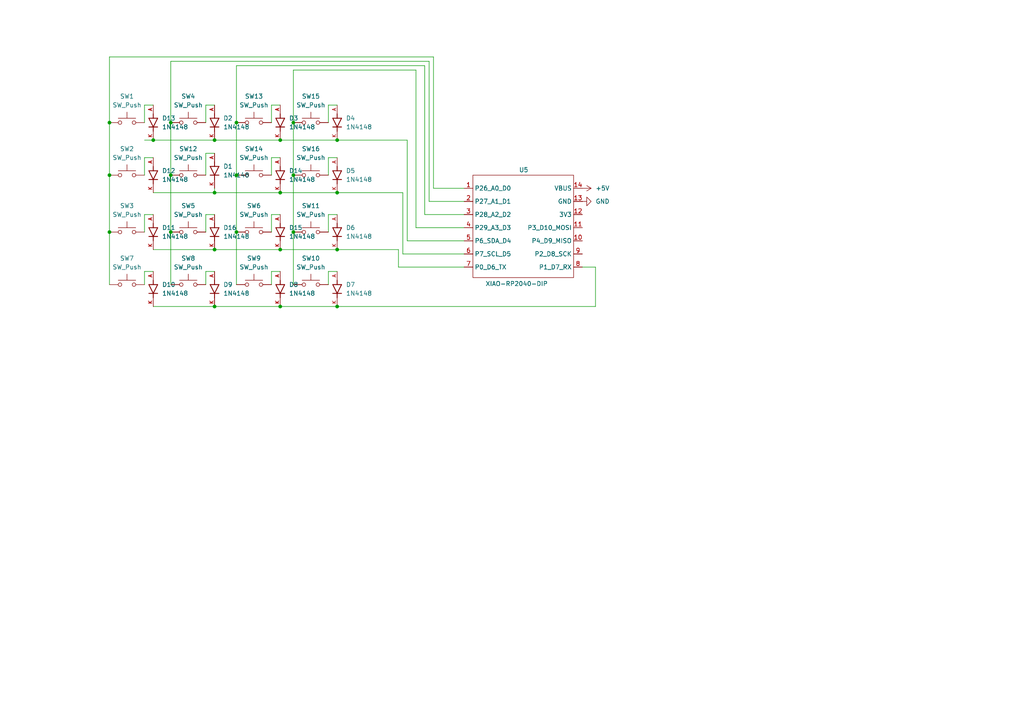
<source format=kicad_sch>
(kicad_sch
	(version 20250114)
	(generator "eeschema")
	(generator_version "9.0")
	(uuid "4d4fec0b-8e93-4a45-9b2a-504589116b17")
	(paper "A4")
	(lib_symbols
		(symbol "1N4148:1N4148"
			(pin_names
				(offset 1.016)
			)
			(exclude_from_sim no)
			(in_bom yes)
			(on_board yes)
			(property "Reference" "D"
				(at -5.08 2.54 0)
				(effects
					(font
						(size 1.27 1.27)
					)
					(justify left bottom)
				)
			)
			(property "Value" "1N4148"
				(at -5.08 -3.81 0)
				(effects
					(font
						(size 1.27 1.27)
					)
					(justify left bottom)
				)
			)
			(property "Footprint" "1N4148:DIOAD753W49L380D172B"
				(at 0 0 0)
				(effects
					(font
						(size 1.27 1.27)
					)
					(justify bottom)
					(hide yes)
				)
			)
			(property "Datasheet" ""
				(at 0 0 0)
				(effects
					(font
						(size 1.27 1.27)
					)
					(hide yes)
				)
			)
			(property "Description" ""
				(at 0 0 0)
				(effects
					(font
						(size 1.27 1.27)
					)
					(hide yes)
				)
			)
			(property "MF" "onsemi"
				(at 0 0 0)
				(effects
					(font
						(size 1.27 1.27)
					)
					(justify bottom)
					(hide yes)
				)
			)
			(property "MAXIMUM_PACKAGE_HEIGHT" "1.91mm"
				(at 0 0 0)
				(effects
					(font
						(size 1.27 1.27)
					)
					(justify bottom)
					(hide yes)
				)
			)
			(property "Package" "AXIAL LEAD-2 ON Semiconductor"
				(at 0 0 0)
				(effects
					(font
						(size 1.27 1.27)
					)
					(justify bottom)
					(hide yes)
				)
			)
			(property "Price" "None"
				(at 0 0 0)
				(effects
					(font
						(size 1.27 1.27)
					)
					(justify bottom)
					(hide yes)
				)
			)
			(property "Check_prices" "https://www.snapeda.com/parts/1N4148/Onsemi/view-part/?ref=eda"
				(at 0 0 0)
				(effects
					(font
						(size 1.27 1.27)
					)
					(justify bottom)
					(hide yes)
				)
			)
			(property "STANDARD" "IPC-7351B"
				(at 0 0 0)
				(effects
					(font
						(size 1.27 1.27)
					)
					(justify bottom)
					(hide yes)
				)
			)
			(property "PARTREV" "5"
				(at 0 0 0)
				(effects
					(font
						(size 1.27 1.27)
					)
					(justify bottom)
					(hide yes)
				)
			)
			(property "SnapEDA_Link" "https://www.snapeda.com/parts/1N4148/Onsemi/view-part/?ref=snap"
				(at 0 0 0)
				(effects
					(font
						(size 1.27 1.27)
					)
					(justify bottom)
					(hide yes)
				)
			)
			(property "MP" "1N4148"
				(at 0 0 0)
				(effects
					(font
						(size 1.27 1.27)
					)
					(justify bottom)
					(hide yes)
				)
			)
			(property "Purchase-URL" "https://www.snapeda.com/api/url_track_click_mouser/?unipart_id=6591148&manufacturer=onsemi&part_name=1N4148&search_term=None"
				(at 0 0 0)
				(effects
					(font
						(size 1.27 1.27)
					)
					(justify bottom)
					(hide yes)
				)
			)
			(property "Description_1" "Diode Standard 75V 200mA Surface Mount SOD-523F"
				(at 0 0 0)
				(effects
					(font
						(size 1.27 1.27)
					)
					(justify bottom)
					(hide yes)
				)
			)
			(property "Availability" "In Stock"
				(at 0 0 0)
				(effects
					(font
						(size 1.27 1.27)
					)
					(justify bottom)
					(hide yes)
				)
			)
			(property "MANUFACTURER" "Onsemi"
				(at 0 0 0)
				(effects
					(font
						(size 1.27 1.27)
					)
					(justify bottom)
					(hide yes)
				)
			)
			(symbol "1N4148_0_0"
				(polyline
					(pts
						(xy -2.54 0) (xy -1.27 0)
					)
					(stroke
						(width 0.254)
						(type default)
					)
					(fill
						(type none)
					)
				)
				(polyline
					(pts
						(xy -1.27 1.27) (xy -1.27 0)
					)
					(stroke
						(width 0.254)
						(type default)
					)
					(fill
						(type none)
					)
				)
				(polyline
					(pts
						(xy -1.27 0) (xy -1.27 -1.27)
					)
					(stroke
						(width 0.254)
						(type default)
					)
					(fill
						(type none)
					)
				)
				(polyline
					(pts
						(xy -1.27 -1.27) (xy 1.27 0)
					)
					(stroke
						(width 0.254)
						(type default)
					)
					(fill
						(type none)
					)
				)
				(polyline
					(pts
						(xy 1.27 1.27) (xy 1.27 0)
					)
					(stroke
						(width 0.254)
						(type default)
					)
					(fill
						(type none)
					)
				)
				(polyline
					(pts
						(xy 1.27 0) (xy -1.27 1.27)
					)
					(stroke
						(width 0.254)
						(type default)
					)
					(fill
						(type none)
					)
				)
				(polyline
					(pts
						(xy 1.27 0) (xy 1.27 -1.27)
					)
					(stroke
						(width 0.254)
						(type default)
					)
					(fill
						(type none)
					)
				)
				(polyline
					(pts
						(xy 1.27 0) (xy 2.54 0)
					)
					(stroke
						(width 0.254)
						(type default)
					)
					(fill
						(type none)
					)
				)
				(pin passive line
					(at -5.08 0 0)
					(length 2.54)
					(name "~"
						(effects
							(font
								(size 1.016 1.016)
							)
						)
					)
					(number "A"
						(effects
							(font
								(size 1.016 1.016)
							)
						)
					)
				)
				(pin passive line
					(at 5.08 0 180)
					(length 2.54)
					(name "~"
						(effects
							(font
								(size 1.016 1.016)
							)
						)
					)
					(number "K"
						(effects
							(font
								(size 1.016 1.016)
							)
						)
					)
				)
			)
			(embedded_fonts no)
		)
		(symbol "Seeed_Studio_XIAO_Series:XIAO-RP2040-DIP"
			(exclude_from_sim no)
			(in_bom yes)
			(on_board yes)
			(property "Reference" "U"
				(at -11.938 -1.524 0)
				(effects
					(font
						(size 1.27 1.27)
					)
				)
			)
			(property "Value" "XIAO-RP2040-DIP"
				(at -3.556 -3.556 0)
				(effects
					(font
						(size 1.27 1.27)
					)
				)
			)
			(property "Footprint" "Seeed_Studio_XIAO_Series:XIAO-RP2040-DIP"
				(at 4.064 -37.338 0)
				(effects
					(font
						(size 1.27 1.27)
					)
					(hide yes)
				)
			)
			(property "Datasheet" ""
				(at 0 0 0)
				(effects
					(font
						(size 1.27 1.27)
					)
					(hide yes)
				)
			)
			(property "Description" ""
				(at 0 0 0)
				(effects
					(font
						(size 1.27 1.27)
					)
					(hide yes)
				)
			)
			(symbol "XIAO-RP2040-DIP_0_1"
				(rectangle
					(start -12.7 -5.08)
					(end 16.51 -34.798)
					(stroke
						(width 0)
						(type default)
					)
					(fill
						(type none)
					)
				)
			)
			(symbol "XIAO-RP2040-DIP_1_1"
				(pin passive line
					(at -15.24 -8.89 0)
					(length 2.54)
					(name "P26_A0_D0"
						(effects
							(font
								(size 1.27 1.27)
							)
						)
					)
					(number "1"
						(effects
							(font
								(size 1.27 1.27)
							)
						)
					)
				)
				(pin passive line
					(at -15.24 -12.7 0)
					(length 2.54)
					(name "P27_A1_D1"
						(effects
							(font
								(size 1.27 1.27)
							)
						)
					)
					(number "2"
						(effects
							(font
								(size 1.27 1.27)
							)
						)
					)
				)
				(pin passive line
					(at -15.24 -16.51 0)
					(length 2.54)
					(name "P28_A2_D2"
						(effects
							(font
								(size 1.27 1.27)
							)
						)
					)
					(number "3"
						(effects
							(font
								(size 1.27 1.27)
							)
						)
					)
				)
				(pin passive line
					(at -15.24 -20.32 0)
					(length 2.54)
					(name "P29_A3_D3"
						(effects
							(font
								(size 1.27 1.27)
							)
						)
					)
					(number "4"
						(effects
							(font
								(size 1.27 1.27)
							)
						)
					)
				)
				(pin passive line
					(at -15.24 -24.13 0)
					(length 2.54)
					(name "P6_SDA_D4"
						(effects
							(font
								(size 1.27 1.27)
							)
						)
					)
					(number "5"
						(effects
							(font
								(size 1.27 1.27)
							)
						)
					)
				)
				(pin passive line
					(at -15.24 -27.94 0)
					(length 2.54)
					(name "P7_SCL_D5"
						(effects
							(font
								(size 1.27 1.27)
							)
						)
					)
					(number "6"
						(effects
							(font
								(size 1.27 1.27)
							)
						)
					)
				)
				(pin passive line
					(at -15.24 -31.75 0)
					(length 2.54)
					(name "P0_D6_TX"
						(effects
							(font
								(size 1.27 1.27)
							)
						)
					)
					(number "7"
						(effects
							(font
								(size 1.27 1.27)
							)
						)
					)
				)
				(pin passive line
					(at 19.05 -8.89 180)
					(length 2.54)
					(name "VBUS"
						(effects
							(font
								(size 1.27 1.27)
							)
						)
					)
					(number "14"
						(effects
							(font
								(size 1.27 1.27)
							)
						)
					)
				)
				(pin passive line
					(at 19.05 -12.7 180)
					(length 2.54)
					(name "GND"
						(effects
							(font
								(size 1.27 1.27)
							)
						)
					)
					(number "13"
						(effects
							(font
								(size 1.27 1.27)
							)
						)
					)
				)
				(pin passive line
					(at 19.05 -16.51 180)
					(length 2.54)
					(name "3V3"
						(effects
							(font
								(size 1.27 1.27)
							)
						)
					)
					(number "12"
						(effects
							(font
								(size 1.27 1.27)
							)
						)
					)
				)
				(pin passive line
					(at 19.05 -20.32 180)
					(length 2.54)
					(name "P3_D10_MOSI"
						(effects
							(font
								(size 1.27 1.27)
							)
						)
					)
					(number "11"
						(effects
							(font
								(size 1.27 1.27)
							)
						)
					)
				)
				(pin passive line
					(at 19.05 -24.13 180)
					(length 2.54)
					(name "P4_D9_MISO"
						(effects
							(font
								(size 1.27 1.27)
							)
						)
					)
					(number "10"
						(effects
							(font
								(size 1.27 1.27)
							)
						)
					)
				)
				(pin passive line
					(at 19.05 -27.94 180)
					(length 2.54)
					(name "P2_D8_SCK"
						(effects
							(font
								(size 1.27 1.27)
							)
						)
					)
					(number "9"
						(effects
							(font
								(size 1.27 1.27)
							)
						)
					)
				)
				(pin passive line
					(at 19.05 -31.75 180)
					(length 2.54)
					(name "P1_D7_RX"
						(effects
							(font
								(size 1.27 1.27)
							)
						)
					)
					(number "8"
						(effects
							(font
								(size 1.27 1.27)
							)
						)
					)
				)
			)
			(embedded_fonts no)
		)
		(symbol "Switch:SW_Push"
			(pin_numbers
				(hide yes)
			)
			(pin_names
				(offset 1.016)
				(hide yes)
			)
			(exclude_from_sim no)
			(in_bom yes)
			(on_board yes)
			(property "Reference" "SW"
				(at 1.27 2.54 0)
				(effects
					(font
						(size 1.27 1.27)
					)
					(justify left)
				)
			)
			(property "Value" "SW_Push"
				(at 0 -1.524 0)
				(effects
					(font
						(size 1.27 1.27)
					)
				)
			)
			(property "Footprint" ""
				(at 0 5.08 0)
				(effects
					(font
						(size 1.27 1.27)
					)
					(hide yes)
				)
			)
			(property "Datasheet" "~"
				(at 0 5.08 0)
				(effects
					(font
						(size 1.27 1.27)
					)
					(hide yes)
				)
			)
			(property "Description" "Push button switch, generic, two pins"
				(at 0 0 0)
				(effects
					(font
						(size 1.27 1.27)
					)
					(hide yes)
				)
			)
			(property "ki_keywords" "switch normally-open pushbutton push-button"
				(at 0 0 0)
				(effects
					(font
						(size 1.27 1.27)
					)
					(hide yes)
				)
			)
			(symbol "SW_Push_0_1"
				(circle
					(center -2.032 0)
					(radius 0.508)
					(stroke
						(width 0)
						(type default)
					)
					(fill
						(type none)
					)
				)
				(polyline
					(pts
						(xy 0 1.27) (xy 0 3.048)
					)
					(stroke
						(width 0)
						(type default)
					)
					(fill
						(type none)
					)
				)
				(circle
					(center 2.032 0)
					(radius 0.508)
					(stroke
						(width 0)
						(type default)
					)
					(fill
						(type none)
					)
				)
				(polyline
					(pts
						(xy 2.54 1.27) (xy -2.54 1.27)
					)
					(stroke
						(width 0)
						(type default)
					)
					(fill
						(type none)
					)
				)
				(pin passive line
					(at -5.08 0 0)
					(length 2.54)
					(name "1"
						(effects
							(font
								(size 1.27 1.27)
							)
						)
					)
					(number "1"
						(effects
							(font
								(size 1.27 1.27)
							)
						)
					)
				)
				(pin passive line
					(at 5.08 0 180)
					(length 2.54)
					(name "2"
						(effects
							(font
								(size 1.27 1.27)
							)
						)
					)
					(number "2"
						(effects
							(font
								(size 1.27 1.27)
							)
						)
					)
				)
			)
			(embedded_fonts no)
		)
		(symbol "power:+5V"
			(power)
			(pin_numbers
				(hide yes)
			)
			(pin_names
				(offset 0)
				(hide yes)
			)
			(exclude_from_sim no)
			(in_bom yes)
			(on_board yes)
			(property "Reference" "#PWR"
				(at 0 -3.81 0)
				(effects
					(font
						(size 1.27 1.27)
					)
					(hide yes)
				)
			)
			(property "Value" "+5V"
				(at 0 3.556 0)
				(effects
					(font
						(size 1.27 1.27)
					)
				)
			)
			(property "Footprint" ""
				(at 0 0 0)
				(effects
					(font
						(size 1.27 1.27)
					)
					(hide yes)
				)
			)
			(property "Datasheet" ""
				(at 0 0 0)
				(effects
					(font
						(size 1.27 1.27)
					)
					(hide yes)
				)
			)
			(property "Description" "Power symbol creates a global label with name \"+5V\""
				(at 0 0 0)
				(effects
					(font
						(size 1.27 1.27)
					)
					(hide yes)
				)
			)
			(property "ki_keywords" "global power"
				(at 0 0 0)
				(effects
					(font
						(size 1.27 1.27)
					)
					(hide yes)
				)
			)
			(symbol "+5V_0_1"
				(polyline
					(pts
						(xy -0.762 1.27) (xy 0 2.54)
					)
					(stroke
						(width 0)
						(type default)
					)
					(fill
						(type none)
					)
				)
				(polyline
					(pts
						(xy 0 2.54) (xy 0.762 1.27)
					)
					(stroke
						(width 0)
						(type default)
					)
					(fill
						(type none)
					)
				)
				(polyline
					(pts
						(xy 0 0) (xy 0 2.54)
					)
					(stroke
						(width 0)
						(type default)
					)
					(fill
						(type none)
					)
				)
			)
			(symbol "+5V_1_1"
				(pin power_in line
					(at 0 0 90)
					(length 0)
					(name "~"
						(effects
							(font
								(size 1.27 1.27)
							)
						)
					)
					(number "1"
						(effects
							(font
								(size 1.27 1.27)
							)
						)
					)
				)
			)
			(embedded_fonts no)
		)
		(symbol "power:GND"
			(power)
			(pin_numbers
				(hide yes)
			)
			(pin_names
				(offset 0)
				(hide yes)
			)
			(exclude_from_sim no)
			(in_bom yes)
			(on_board yes)
			(property "Reference" "#PWR"
				(at 0 -6.35 0)
				(effects
					(font
						(size 1.27 1.27)
					)
					(hide yes)
				)
			)
			(property "Value" "GND"
				(at 0 -3.81 0)
				(effects
					(font
						(size 1.27 1.27)
					)
				)
			)
			(property "Footprint" ""
				(at 0 0 0)
				(effects
					(font
						(size 1.27 1.27)
					)
					(hide yes)
				)
			)
			(property "Datasheet" ""
				(at 0 0 0)
				(effects
					(font
						(size 1.27 1.27)
					)
					(hide yes)
				)
			)
			(property "Description" "Power symbol creates a global label with name \"GND\" , ground"
				(at 0 0 0)
				(effects
					(font
						(size 1.27 1.27)
					)
					(hide yes)
				)
			)
			(property "ki_keywords" "global power"
				(at 0 0 0)
				(effects
					(font
						(size 1.27 1.27)
					)
					(hide yes)
				)
			)
			(symbol "GND_0_1"
				(polyline
					(pts
						(xy 0 0) (xy 0 -1.27) (xy 1.27 -1.27) (xy 0 -2.54) (xy -1.27 -1.27) (xy 0 -1.27)
					)
					(stroke
						(width 0)
						(type default)
					)
					(fill
						(type none)
					)
				)
			)
			(symbol "GND_1_1"
				(pin power_in line
					(at 0 0 270)
					(length 0)
					(name "~"
						(effects
							(font
								(size 1.27 1.27)
							)
						)
					)
					(number "1"
						(effects
							(font
								(size 1.27 1.27)
							)
						)
					)
				)
			)
			(embedded_fonts no)
		)
	)
	(junction
		(at 49.53 67.31)
		(diameter 0)
		(color 0 0 0 0)
		(uuid "094db833-4565-4b4f-b6d4-3663966f5774")
	)
	(junction
		(at 31.75 67.31)
		(diameter 0)
		(color 0 0 0 0)
		(uuid "0f200525-fa39-4a81-9f57-f679cf8c8d4c")
	)
	(junction
		(at 49.53 50.8)
		(diameter 0)
		(color 0 0 0 0)
		(uuid "153acbca-2468-4e94-860f-d7670d1e181b")
	)
	(junction
		(at 81.28 40.64)
		(diameter 0)
		(color 0 0 0 0)
		(uuid "2774a042-8251-425c-bfb4-19a8de2b71c1")
	)
	(junction
		(at 97.79 40.64)
		(diameter 0)
		(color 0 0 0 0)
		(uuid "349c7a8b-5a42-4524-bcab-22fa5fabb213")
	)
	(junction
		(at 44.45 40.64)
		(diameter 0)
		(color 0 0 0 0)
		(uuid "59bed3f8-bf5b-4082-b033-41a1ed303ee4")
	)
	(junction
		(at 49.53 35.56)
		(diameter 0)
		(color 0 0 0 0)
		(uuid "5bf76aab-f2f3-4f56-b086-770d112f1744")
	)
	(junction
		(at 62.23 72.39)
		(diameter 0)
		(color 0 0 0 0)
		(uuid "5ec26039-3e0b-4350-9a53-816c7a11a8e7")
	)
	(junction
		(at 85.09 50.8)
		(diameter 0)
		(color 0 0 0 0)
		(uuid "6724632a-9e1b-40fb-84fb-ede1ed329521")
	)
	(junction
		(at 31.75 35.56)
		(diameter 0)
		(color 0 0 0 0)
		(uuid "6875a5d5-73a7-4b03-b0fe-80acd15e828f")
	)
	(junction
		(at 85.09 35.56)
		(diameter 0)
		(color 0 0 0 0)
		(uuid "72e53262-5855-42ee-92ce-529d2fbbd7da")
	)
	(junction
		(at 31.75 50.8)
		(diameter 0)
		(color 0 0 0 0)
		(uuid "79fa3744-30b2-4c3c-ad6f-f1ab957ffb2a")
	)
	(junction
		(at 68.58 35.56)
		(diameter 0)
		(color 0 0 0 0)
		(uuid "8c877387-4f32-4edb-89ae-48ef006a1155")
	)
	(junction
		(at 62.23 88.9)
		(diameter 0)
		(color 0 0 0 0)
		(uuid "9dc72338-8795-4a79-9ba2-c66de4a2eb8a")
	)
	(junction
		(at 81.28 55.88)
		(diameter 0)
		(color 0 0 0 0)
		(uuid "b4678639-63d4-4d0d-9223-b5b905377a1a")
	)
	(junction
		(at 97.79 72.39)
		(diameter 0)
		(color 0 0 0 0)
		(uuid "c74cd24f-911f-4f01-9531-7f79bddcadcc")
	)
	(junction
		(at 62.23 40.64)
		(diameter 0)
		(color 0 0 0 0)
		(uuid "cd6a3d28-6460-4137-b2d3-c5f671b7f250")
	)
	(junction
		(at 85.09 67.31)
		(diameter 0)
		(color 0 0 0 0)
		(uuid "d8a0825b-2ee2-4a5a-bf05-05cc326363ca")
	)
	(junction
		(at 68.58 67.31)
		(diameter 0)
		(color 0 0 0 0)
		(uuid "e52011d0-49c2-4206-b1f3-a442acb403bb")
	)
	(junction
		(at 81.28 88.9)
		(diameter 0)
		(color 0 0 0 0)
		(uuid "e9896fe1-12c2-42e3-8306-0a319272585a")
	)
	(junction
		(at 81.28 72.39)
		(diameter 0)
		(color 0 0 0 0)
		(uuid "ed4f8d26-a9e7-4703-9ff3-47fd390338ab")
	)
	(junction
		(at 68.58 50.8)
		(diameter 0)
		(color 0 0 0 0)
		(uuid "ee829c34-9b53-4a48-a179-742792141122")
	)
	(junction
		(at 62.23 55.88)
		(diameter 0)
		(color 0 0 0 0)
		(uuid "eec78035-cf9b-4c8a-b1c0-97937c6656a6")
	)
	(junction
		(at 97.79 55.88)
		(diameter 0)
		(color 0 0 0 0)
		(uuid "f78ff17c-1119-4289-9b6f-eb88205c291a")
	)
	(junction
		(at 97.79 88.9)
		(diameter 0)
		(color 0 0 0 0)
		(uuid "fe5d5fd7-7c8d-45d9-ac64-169c4fafafc2")
	)
	(wire
		(pts
			(xy 85.09 67.31) (xy 85.09 82.55)
		)
		(stroke
			(width 0)
			(type default)
		)
		(uuid "0158a703-8a4d-40c4-8647-9e025ee3b2ae")
	)
	(wire
		(pts
			(xy 59.69 78.74) (xy 59.69 82.55)
		)
		(stroke
			(width 0)
			(type default)
		)
		(uuid "051bbc47-7c58-4ae5-baf3-1395f8138d0a")
	)
	(wire
		(pts
			(xy 31.75 16.51) (xy 125.73 16.51)
		)
		(stroke
			(width 0)
			(type default)
		)
		(uuid "05901b46-20b2-45c4-8925-18649b5ae50b")
	)
	(wire
		(pts
			(xy 62.23 40.64) (xy 81.28 40.64)
		)
		(stroke
			(width 0)
			(type default)
		)
		(uuid "09e722eb-c531-432c-83da-1334a318b100")
	)
	(wire
		(pts
			(xy 59.69 78.74) (xy 62.23 78.74)
		)
		(stroke
			(width 0)
			(type default)
		)
		(uuid "107bff93-e47a-4c6a-beda-2bb4d93a9c55")
	)
	(wire
		(pts
			(xy 78.74 30.48) (xy 81.28 30.48)
		)
		(stroke
			(width 0)
			(type default)
		)
		(uuid "124f73bf-ceda-4fc3-a074-7dc5339859bf")
	)
	(wire
		(pts
			(xy 59.69 62.23) (xy 59.69 67.31)
		)
		(stroke
			(width 0)
			(type default)
		)
		(uuid "1414908e-58b9-41de-8232-436d8c154e71")
	)
	(wire
		(pts
			(xy 97.79 72.39) (xy 115.57 72.39)
		)
		(stroke
			(width 0)
			(type default)
		)
		(uuid "15448a5d-8283-4f02-86b3-02e120e4e171")
	)
	(wire
		(pts
			(xy 81.28 88.9) (xy 97.79 88.9)
		)
		(stroke
			(width 0)
			(type default)
		)
		(uuid "18c3f6f3-c573-43e2-b155-65a3640945af")
	)
	(wire
		(pts
			(xy 134.62 58.42) (xy 124.46 58.42)
		)
		(stroke
			(width 0)
			(type default)
		)
		(uuid "1970a2b5-601a-4f41-91a5-c1870c78cc3a")
	)
	(wire
		(pts
			(xy 59.69 30.48) (xy 59.69 35.56)
		)
		(stroke
			(width 0)
			(type default)
		)
		(uuid "1f52fb27-8fea-4a3d-855c-4f062ec6287f")
	)
	(wire
		(pts
			(xy 118.11 69.85) (xy 134.62 69.85)
		)
		(stroke
			(width 0)
			(type default)
		)
		(uuid "20dc006d-9701-4e52-874a-40f32f2908da")
	)
	(wire
		(pts
			(xy 44.45 72.39) (xy 62.23 72.39)
		)
		(stroke
			(width 0)
			(type default)
		)
		(uuid "2498bd31-fc25-4d96-87ad-65ee50183727")
	)
	(wire
		(pts
			(xy 95.25 30.48) (xy 95.25 35.56)
		)
		(stroke
			(width 0)
			(type default)
		)
		(uuid "270bc423-d887-49bc-90fd-6a48fafe770a")
	)
	(wire
		(pts
			(xy 95.25 62.23) (xy 97.79 62.23)
		)
		(stroke
			(width 0)
			(type default)
		)
		(uuid "29ce46ef-4066-4709-bf13-60367481bacf")
	)
	(wire
		(pts
			(xy 78.74 78.74) (xy 78.74 82.55)
		)
		(stroke
			(width 0)
			(type default)
		)
		(uuid "2a0a589f-fd98-4a6d-b3ef-ba68ec8f16f7")
	)
	(wire
		(pts
			(xy 85.09 20.32) (xy 85.09 35.56)
		)
		(stroke
			(width 0)
			(type default)
		)
		(uuid "32d4a34f-9855-40ac-99f1-44caef6e123d")
	)
	(wire
		(pts
			(xy 95.25 78.74) (xy 95.25 82.55)
		)
		(stroke
			(width 0)
			(type default)
		)
		(uuid "34fe07db-5838-4541-8e53-f75ad6936a40")
	)
	(wire
		(pts
			(xy 31.75 50.8) (xy 31.75 67.31)
		)
		(stroke
			(width 0)
			(type default)
		)
		(uuid "37e907af-28a3-4a01-893f-b9d013e413bb")
	)
	(wire
		(pts
			(xy 41.91 45.72) (xy 41.91 50.8)
		)
		(stroke
			(width 0)
			(type default)
		)
		(uuid "38b296fc-22c0-47c9-9579-40199396ad75")
	)
	(wire
		(pts
			(xy 118.11 40.64) (xy 118.11 69.85)
		)
		(stroke
			(width 0)
			(type default)
		)
		(uuid "3a034d79-c014-4ec3-9968-c46b118d9c5f")
	)
	(wire
		(pts
			(xy 95.25 30.48) (xy 97.79 30.48)
		)
		(stroke
			(width 0)
			(type default)
		)
		(uuid "3af58c35-f6b7-4ee3-a867-34d0928f6218")
	)
	(wire
		(pts
			(xy 115.57 77.47) (xy 134.62 77.47)
		)
		(stroke
			(width 0)
			(type default)
		)
		(uuid "3b280b71-b326-4a21-aafb-085bd063bfba")
	)
	(wire
		(pts
			(xy 97.79 55.88) (xy 116.84 55.88)
		)
		(stroke
			(width 0)
			(type default)
		)
		(uuid "3fba9f94-8492-479f-9d29-2a2eefbe2bf0")
	)
	(wire
		(pts
			(xy 78.74 78.74) (xy 81.28 78.74)
		)
		(stroke
			(width 0)
			(type default)
		)
		(uuid "42451b11-b17b-445c-b0eb-519b336b2a91")
	)
	(wire
		(pts
			(xy 124.46 58.42) (xy 124.46 17.78)
		)
		(stroke
			(width 0)
			(type default)
		)
		(uuid "4791ae54-486d-4c19-a12f-8bfd829467e8")
	)
	(wire
		(pts
			(xy 31.75 67.31) (xy 31.75 82.55)
		)
		(stroke
			(width 0)
			(type default)
		)
		(uuid "4cb3092d-7997-4714-9b12-8e2f611d7911")
	)
	(wire
		(pts
			(xy 124.46 17.78) (xy 49.53 17.78)
		)
		(stroke
			(width 0)
			(type default)
		)
		(uuid "51026b5e-2067-4848-88d3-653caf46692b")
	)
	(wire
		(pts
			(xy 85.09 50.8) (xy 85.09 67.31)
		)
		(stroke
			(width 0)
			(type default)
		)
		(uuid "5e9cb3f2-a18b-4669-ac7d-05fe0e81d920")
	)
	(wire
		(pts
			(xy 116.84 55.88) (xy 116.84 73.66)
		)
		(stroke
			(width 0)
			(type default)
		)
		(uuid "6091c618-5a64-4d1a-ab3e-6fe33f1886b4")
	)
	(wire
		(pts
			(xy 172.72 77.47) (xy 168.91 77.47)
		)
		(stroke
			(width 0)
			(type default)
		)
		(uuid "62646a22-6390-4d07-9d52-3e88b7be16a2")
	)
	(wire
		(pts
			(xy 59.69 30.48) (xy 62.23 30.48)
		)
		(stroke
			(width 0)
			(type default)
		)
		(uuid "6316c106-5590-49b4-a4db-ffb72f6e4e10")
	)
	(wire
		(pts
			(xy 68.58 50.8) (xy 68.58 67.31)
		)
		(stroke
			(width 0)
			(type default)
		)
		(uuid "6761be0d-5675-4540-b3d6-5d8638d24a38")
	)
	(wire
		(pts
			(xy 120.65 66.04) (xy 134.62 66.04)
		)
		(stroke
			(width 0)
			(type default)
		)
		(uuid "6bf0c0ad-01b9-4e20-877b-c29168f44256")
	)
	(wire
		(pts
			(xy 81.28 72.39) (xy 97.79 72.39)
		)
		(stroke
			(width 0)
			(type default)
		)
		(uuid "72b8868a-c7f3-4f09-9c6f-c2b9ad8f08c9")
	)
	(wire
		(pts
			(xy 78.74 45.72) (xy 78.74 50.8)
		)
		(stroke
			(width 0)
			(type default)
		)
		(uuid "748d7cc7-1896-4b44-a13a-01e5112921c0")
	)
	(wire
		(pts
			(xy 85.09 35.56) (xy 85.09 50.8)
		)
		(stroke
			(width 0)
			(type default)
		)
		(uuid "7573fbf4-7498-4b53-a536-04c31b04d006")
	)
	(wire
		(pts
			(xy 95.25 45.72) (xy 95.25 50.8)
		)
		(stroke
			(width 0)
			(type default)
		)
		(uuid "7a5de4c5-6bf5-4fa9-890d-c53e9148336f")
	)
	(wire
		(pts
			(xy 59.69 44.45) (xy 59.69 50.8)
		)
		(stroke
			(width 0)
			(type default)
		)
		(uuid "7af00241-05de-47c8-91f8-aeb26cdfcac9")
	)
	(wire
		(pts
			(xy 41.91 40.64) (xy 44.45 40.64)
		)
		(stroke
			(width 0)
			(type default)
		)
		(uuid "7c407181-752c-4d0b-9275-c48a746a72eb")
	)
	(wire
		(pts
			(xy 123.19 62.23) (xy 134.62 62.23)
		)
		(stroke
			(width 0)
			(type default)
		)
		(uuid "7de935de-a6ba-46da-b19b-2a08d4d7a6dc")
	)
	(wire
		(pts
			(xy 97.79 88.9) (xy 172.72 88.9)
		)
		(stroke
			(width 0)
			(type default)
		)
		(uuid "7e9ec199-a317-4992-8ed3-0c4d372b22bb")
	)
	(wire
		(pts
			(xy 120.65 20.32) (xy 120.65 66.04)
		)
		(stroke
			(width 0)
			(type default)
		)
		(uuid "8060febb-e69b-4994-9baa-e691b3f46a98")
	)
	(wire
		(pts
			(xy 95.25 62.23) (xy 95.25 67.31)
		)
		(stroke
			(width 0)
			(type default)
		)
		(uuid "85ff58d9-7e24-4488-a4e8-73d0365c0a47")
	)
	(wire
		(pts
			(xy 125.73 16.51) (xy 125.73 54.61)
		)
		(stroke
			(width 0)
			(type default)
		)
		(uuid "89fb8dcb-c08c-4475-bcb4-649eebab85e1")
	)
	(wire
		(pts
			(xy 81.28 55.88) (xy 97.79 55.88)
		)
		(stroke
			(width 0)
			(type default)
		)
		(uuid "8d8a8646-4c3b-4a78-92b1-00b0dbf526b6")
	)
	(wire
		(pts
			(xy 68.58 35.56) (xy 68.58 50.8)
		)
		(stroke
			(width 0)
			(type default)
		)
		(uuid "90a2d283-66d4-4fde-852d-a9bd0d6dd8d2")
	)
	(wire
		(pts
			(xy 95.25 78.74) (xy 97.79 78.74)
		)
		(stroke
			(width 0)
			(type default)
		)
		(uuid "9185b091-f81e-40de-84bc-7287ad656624")
	)
	(wire
		(pts
			(xy 125.73 54.61) (xy 134.62 54.61)
		)
		(stroke
			(width 0)
			(type default)
		)
		(uuid "93d98ec6-690f-415c-a050-39661d448926")
	)
	(wire
		(pts
			(xy 123.19 19.05) (xy 123.19 62.23)
		)
		(stroke
			(width 0)
			(type default)
		)
		(uuid "9737af40-c1dd-4379-be7a-0c976599260e")
	)
	(wire
		(pts
			(xy 41.91 45.72) (xy 44.45 45.72)
		)
		(stroke
			(width 0)
			(type default)
		)
		(uuid "9915bfb4-15b2-4ae1-8eae-60d0595c5486")
	)
	(wire
		(pts
			(xy 44.45 88.9) (xy 62.23 88.9)
		)
		(stroke
			(width 0)
			(type default)
		)
		(uuid "a23fb791-7c9f-421e-8e2f-c1cf197d053e")
	)
	(wire
		(pts
			(xy 95.25 45.72) (xy 97.79 45.72)
		)
		(stroke
			(width 0)
			(type default)
		)
		(uuid "a5e64a2f-073f-4f29-88d3-59550be51ae2")
	)
	(wire
		(pts
			(xy 41.91 78.74) (xy 44.45 78.74)
		)
		(stroke
			(width 0)
			(type default)
		)
		(uuid "a7018b9d-614e-4f16-9b17-5698ec21c786")
	)
	(wire
		(pts
			(xy 85.09 20.32) (xy 120.65 20.32)
		)
		(stroke
			(width 0)
			(type default)
		)
		(uuid "a8d398e7-e549-4903-b5db-041165f361c5")
	)
	(wire
		(pts
			(xy 172.72 88.9) (xy 172.72 77.47)
		)
		(stroke
			(width 0)
			(type default)
		)
		(uuid "abe91a84-6c36-4d77-82bf-9c3850384dd2")
	)
	(wire
		(pts
			(xy 49.53 17.78) (xy 49.53 35.56)
		)
		(stroke
			(width 0)
			(type default)
		)
		(uuid "b2891467-fad3-4c51-9d47-b5d9468cf600")
	)
	(wire
		(pts
			(xy 41.91 62.23) (xy 41.91 67.31)
		)
		(stroke
			(width 0)
			(type default)
		)
		(uuid "b3baf670-9b64-4f47-be0b-f10f057bf1c0")
	)
	(wire
		(pts
			(xy 49.53 67.31) (xy 49.53 82.55)
		)
		(stroke
			(width 0)
			(type default)
		)
		(uuid "b5299972-befb-457b-b124-d2c4af34064a")
	)
	(wire
		(pts
			(xy 97.79 40.64) (xy 118.11 40.64)
		)
		(stroke
			(width 0)
			(type default)
		)
		(uuid "b561857a-3e70-480e-9e5e-8e620dd3067b")
	)
	(wire
		(pts
			(xy 49.53 50.8) (xy 49.53 67.31)
		)
		(stroke
			(width 0)
			(type default)
		)
		(uuid "b68737f0-6983-4ceb-9ba2-f67eef94f206")
	)
	(wire
		(pts
			(xy 81.28 40.64) (xy 97.79 40.64)
		)
		(stroke
			(width 0)
			(type default)
		)
		(uuid "b82fcaf5-d79b-4ca0-9bab-3391fd6d3a03")
	)
	(wire
		(pts
			(xy 44.45 55.88) (xy 62.23 55.88)
		)
		(stroke
			(width 0)
			(type default)
		)
		(uuid "bca00c94-dea2-4c72-84c8-73776ad32c01")
	)
	(wire
		(pts
			(xy 49.53 35.56) (xy 49.53 50.8)
		)
		(stroke
			(width 0)
			(type default)
		)
		(uuid "bf249d80-f20d-4c35-bc01-7f1e45e9b917")
	)
	(wire
		(pts
			(xy 41.91 30.48) (xy 41.91 35.56)
		)
		(stroke
			(width 0)
			(type default)
		)
		(uuid "bf27c747-9742-442e-b1fb-858ac5402a99")
	)
	(wire
		(pts
			(xy 78.74 62.23) (xy 81.28 62.23)
		)
		(stroke
			(width 0)
			(type default)
		)
		(uuid "bfec7bff-c9eb-4e27-aed5-b1c7c7fb72ce")
	)
	(wire
		(pts
			(xy 31.75 35.56) (xy 31.75 50.8)
		)
		(stroke
			(width 0)
			(type default)
		)
		(uuid "cb41cda0-6675-4fec-b93e-6f81bf97b7c5")
	)
	(wire
		(pts
			(xy 78.74 45.72) (xy 81.28 45.72)
		)
		(stroke
			(width 0)
			(type default)
		)
		(uuid "cb4a7265-91d0-4694-aae9-73ddcc04952a")
	)
	(wire
		(pts
			(xy 68.58 19.05) (xy 123.19 19.05)
		)
		(stroke
			(width 0)
			(type default)
		)
		(uuid "cd148f85-a462-4d2f-aaf2-2fbfa702c15a")
	)
	(wire
		(pts
			(xy 68.58 67.31) (xy 68.58 82.55)
		)
		(stroke
			(width 0)
			(type default)
		)
		(uuid "d54f9c2f-b60a-47fa-959b-100e05f6ba4f")
	)
	(wire
		(pts
			(xy 41.91 62.23) (xy 44.45 62.23)
		)
		(stroke
			(width 0)
			(type default)
		)
		(uuid "d5c884a2-f6ad-4564-9f9c-476c87205930")
	)
	(wire
		(pts
			(xy 59.69 44.45) (xy 62.23 44.45)
		)
		(stroke
			(width 0)
			(type default)
		)
		(uuid "d6ce48a4-6527-4212-b041-2018694506d1")
	)
	(wire
		(pts
			(xy 41.91 30.48) (xy 44.45 30.48)
		)
		(stroke
			(width 0)
			(type default)
		)
		(uuid "da1326ed-a40d-4e87-962c-9202a3a9d46a")
	)
	(wire
		(pts
			(xy 31.75 16.51) (xy 31.75 35.56)
		)
		(stroke
			(width 0)
			(type default)
		)
		(uuid "ddf6fe7b-f557-4775-b600-97a0f861e838")
	)
	(wire
		(pts
			(xy 62.23 54.61) (xy 62.23 55.88)
		)
		(stroke
			(width 0)
			(type default)
		)
		(uuid "e04c290f-674b-4cd3-b574-38a468083803")
	)
	(wire
		(pts
			(xy 116.84 73.66) (xy 134.62 73.66)
		)
		(stroke
			(width 0)
			(type default)
		)
		(uuid "e094cf86-b56c-45dc-baa8-577640e65040")
	)
	(wire
		(pts
			(xy 115.57 72.39) (xy 115.57 77.47)
		)
		(stroke
			(width 0)
			(type default)
		)
		(uuid "e1b88bac-b9ce-48a1-9a03-ef1ed1df9d6e")
	)
	(wire
		(pts
			(xy 62.23 55.88) (xy 81.28 55.88)
		)
		(stroke
			(width 0)
			(type default)
		)
		(uuid "e78e5270-868b-4ee0-be27-5a54d195ac81")
	)
	(wire
		(pts
			(xy 78.74 30.48) (xy 78.74 35.56)
		)
		(stroke
			(width 0)
			(type default)
		)
		(uuid "ea0868bf-6672-4147-a91f-6c9ad8468056")
	)
	(wire
		(pts
			(xy 78.74 62.23) (xy 78.74 67.31)
		)
		(stroke
			(width 0)
			(type default)
		)
		(uuid "ed19e867-94d1-4d32-800f-c079260352a1")
	)
	(wire
		(pts
			(xy 62.23 72.39) (xy 81.28 72.39)
		)
		(stroke
			(width 0)
			(type default)
		)
		(uuid "ee76b6ee-1b96-4c5d-89ba-30d8b94bcc52")
	)
	(wire
		(pts
			(xy 44.45 40.64) (xy 62.23 40.64)
		)
		(stroke
			(width 0)
			(type default)
		)
		(uuid "f0a6a2b5-d70d-4718-9deb-5889bac5078d")
	)
	(wire
		(pts
			(xy 59.69 62.23) (xy 62.23 62.23)
		)
		(stroke
			(width 0)
			(type default)
		)
		(uuid "f0bf1952-75f5-4ade-9d2b-fafb1e795e53")
	)
	(wire
		(pts
			(xy 68.58 19.05) (xy 68.58 35.56)
		)
		(stroke
			(width 0)
			(type default)
		)
		(uuid "f55b53d2-6f22-4c0a-8fab-e1cea7764356")
	)
	(wire
		(pts
			(xy 62.23 88.9) (xy 81.28 88.9)
		)
		(stroke
			(width 0)
			(type default)
		)
		(uuid "f85ac2fd-41ac-44c7-a792-a14598130531")
	)
	(wire
		(pts
			(xy 41.91 78.74) (xy 41.91 82.55)
		)
		(stroke
			(width 0)
			(type default)
		)
		(uuid "ffae9669-c915-4e37-a349-9d783a96dce5")
	)
	(symbol
		(lib_id "1N4148:1N4148")
		(at 81.28 67.31 270)
		(unit 1)
		(exclude_from_sim no)
		(in_bom yes)
		(on_board yes)
		(dnp no)
		(fields_autoplaced yes)
		(uuid "0002b89c-db86-433b-9477-29ecee6b9f51")
		(property "Reference" "D15"
			(at 83.82 66.0399 90)
			(effects
				(font
					(size 1.27 1.27)
				)
				(justify left)
			)
		)
		(property "Value" "1N4148"
			(at 83.82 68.5799 90)
			(effects
				(font
					(size 1.27 1.27)
				)
				(justify left)
			)
		)
		(property "Footprint" "1N4148:DIOAD753W49L380D172B"
			(at 81.28 67.31 0)
			(effects
				(font
					(size 1.27 1.27)
				)
				(justify bottom)
				(hide yes)
			)
		)
		(property "Datasheet" ""
			(at 81.28 67.31 0)
			(effects
				(font
					(size 1.27 1.27)
				)
				(hide yes)
			)
		)
		(property "Description" ""
			(at 81.28 67.31 0)
			(effects
				(font
					(size 1.27 1.27)
				)
				(hide yes)
			)
		)
		(property "MF" "onsemi"
			(at 81.28 67.31 0)
			(effects
				(font
					(size 1.27 1.27)
				)
				(justify bottom)
				(hide yes)
			)
		)
		(property "MAXIMUM_PACKAGE_HEIGHT" "1.91mm"
			(at 81.28 67.31 0)
			(effects
				(font
					(size 1.27 1.27)
				)
				(justify bottom)
				(hide yes)
			)
		)
		(property "Package" "AXIAL LEAD-2 ON Semiconductor"
			(at 81.28 67.31 0)
			(effects
				(font
					(size 1.27 1.27)
				)
				(justify bottom)
				(hide yes)
			)
		)
		(property "Price" "None"
			(at 81.28 67.31 0)
			(effects
				(font
					(size 1.27 1.27)
				)
				(justify bottom)
				(hide yes)
			)
		)
		(property "Check_prices" "https://www.snapeda.com/parts/1N4148/Onsemi/view-part/?ref=eda"
			(at 81.28 67.31 0)
			(effects
				(font
					(size 1.27 1.27)
				)
				(justify bottom)
				(hide yes)
			)
		)
		(property "STANDARD" "IPC-7351B"
			(at 81.28 67.31 0)
			(effects
				(font
					(size 1.27 1.27)
				)
				(justify bottom)
				(hide yes)
			)
		)
		(property "PARTREV" "5"
			(at 81.28 67.31 0)
			(effects
				(font
					(size 1.27 1.27)
				)
				(justify bottom)
				(hide yes)
			)
		)
		(property "SnapEDA_Link" "https://www.snapeda.com/parts/1N4148/Onsemi/view-part/?ref=snap"
			(at 81.28 67.31 0)
			(effects
				(font
					(size 1.27 1.27)
				)
				(justify bottom)
				(hide yes)
			)
		)
		(property "MP" "1N4148"
			(at 81.28 67.31 0)
			(effects
				(font
					(size 1.27 1.27)
				)
				(justify bottom)
				(hide yes)
			)
		)
		(property "Purchase-URL" "https://www.snapeda.com/api/url_track_click_mouser/?unipart_id=6591148&manufacturer=onsemi&part_name=1N4148&search_term=None"
			(at 81.28 67.31 0)
			(effects
				(font
					(size 1.27 1.27)
				)
				(justify bottom)
				(hide yes)
			)
		)
		(property "Description_1" "Diode Standard 75V 200mA Surface Mount SOD-523F"
			(at 81.28 67.31 0)
			(effects
				(font
					(size 1.27 1.27)
				)
				(justify bottom)
				(hide yes)
			)
		)
		(property "Availability" "In Stock"
			(at 81.28 67.31 0)
			(effects
				(font
					(size 1.27 1.27)
				)
				(justify bottom)
				(hide yes)
			)
		)
		(property "MANUFACTURER" "Onsemi"
			(at 81.28 67.31 0)
			(effects
				(font
					(size 1.27 1.27)
				)
				(justify bottom)
				(hide yes)
			)
		)
		(pin "A"
			(uuid "77d4f6e4-b22d-4831-a13f-4b67f65f0a17")
		)
		(pin "K"
			(uuid "5f6db5b6-9c2d-438b-91c1-13f09471d1ef")
		)
		(instances
			(project "pain for macro pad"
				(path "/4d4fec0b-8e93-4a45-9b2a-504589116b17"
					(reference "D15")
					(unit 1)
				)
			)
		)
	)
	(symbol
		(lib_id "Switch:SW_Push")
		(at 54.61 50.8 0)
		(unit 1)
		(exclude_from_sim no)
		(in_bom yes)
		(on_board yes)
		(dnp no)
		(fields_autoplaced yes)
		(uuid "10344bcb-79f4-4ef8-8643-ae9325764ba3")
		(property "Reference" "SW12"
			(at 54.61 43.18 0)
			(effects
				(font
					(size 1.27 1.27)
				)
			)
		)
		(property "Value" "SW_Push"
			(at 54.61 45.72 0)
			(effects
				(font
					(size 1.27 1.27)
				)
			)
		)
		(property "Footprint" "Button_Switch_Keyboard:SW_Cherry_MX_1.00u_PCB"
			(at 54.61 45.72 0)
			(effects
				(font
					(size 1.27 1.27)
				)
				(hide yes)
			)
		)
		(property "Datasheet" "~"
			(at 54.61 45.72 0)
			(effects
				(font
					(size 1.27 1.27)
				)
				(hide yes)
			)
		)
		(property "Description" "Push button switch, generic, two pins"
			(at 54.61 50.8 0)
			(effects
				(font
					(size 1.27 1.27)
				)
				(hide yes)
			)
		)
		(pin "1"
			(uuid "a586de6e-f343-4077-b30c-a66422509bab")
		)
		(pin "2"
			(uuid "5f92cbb9-7481-4fe0-a976-335a7a0b6b25")
		)
		(instances
			(project "pain for macro pad"
				(path "/4d4fec0b-8e93-4a45-9b2a-504589116b17"
					(reference "SW12")
					(unit 1)
				)
			)
		)
	)
	(symbol
		(lib_id "1N4148:1N4148")
		(at 62.23 67.31 270)
		(unit 1)
		(exclude_from_sim no)
		(in_bom yes)
		(on_board yes)
		(dnp no)
		(fields_autoplaced yes)
		(uuid "13769865-415a-41cf-99fe-95e43d391bfb")
		(property "Reference" "D16"
			(at 64.77 66.0399 90)
			(effects
				(font
					(size 1.27 1.27)
				)
				(justify left)
			)
		)
		(property "Value" "1N4148"
			(at 64.77 68.5799 90)
			(effects
				(font
					(size 1.27 1.27)
				)
				(justify left)
			)
		)
		(property "Footprint" "1N4148:DIOAD753W49L380D172B"
			(at 62.23 67.31 0)
			(effects
				(font
					(size 1.27 1.27)
				)
				(justify bottom)
				(hide yes)
			)
		)
		(property "Datasheet" ""
			(at 62.23 67.31 0)
			(effects
				(font
					(size 1.27 1.27)
				)
				(hide yes)
			)
		)
		(property "Description" ""
			(at 62.23 67.31 0)
			(effects
				(font
					(size 1.27 1.27)
				)
				(hide yes)
			)
		)
		(property "MF" "onsemi"
			(at 62.23 67.31 0)
			(effects
				(font
					(size 1.27 1.27)
				)
				(justify bottom)
				(hide yes)
			)
		)
		(property "MAXIMUM_PACKAGE_HEIGHT" "1.91mm"
			(at 62.23 67.31 0)
			(effects
				(font
					(size 1.27 1.27)
				)
				(justify bottom)
				(hide yes)
			)
		)
		(property "Package" "AXIAL LEAD-2 ON Semiconductor"
			(at 62.23 67.31 0)
			(effects
				(font
					(size 1.27 1.27)
				)
				(justify bottom)
				(hide yes)
			)
		)
		(property "Price" "None"
			(at 62.23 67.31 0)
			(effects
				(font
					(size 1.27 1.27)
				)
				(justify bottom)
				(hide yes)
			)
		)
		(property "Check_prices" "https://www.snapeda.com/parts/1N4148/Onsemi/view-part/?ref=eda"
			(at 62.23 67.31 0)
			(effects
				(font
					(size 1.27 1.27)
				)
				(justify bottom)
				(hide yes)
			)
		)
		(property "STANDARD" "IPC-7351B"
			(at 62.23 67.31 0)
			(effects
				(font
					(size 1.27 1.27)
				)
				(justify bottom)
				(hide yes)
			)
		)
		(property "PARTREV" "5"
			(at 62.23 67.31 0)
			(effects
				(font
					(size 1.27 1.27)
				)
				(justify bottom)
				(hide yes)
			)
		)
		(property "SnapEDA_Link" "https://www.snapeda.com/parts/1N4148/Onsemi/view-part/?ref=snap"
			(at 62.23 67.31 0)
			(effects
				(font
					(size 1.27 1.27)
				)
				(justify bottom)
				(hide yes)
			)
		)
		(property "MP" "1N4148"
			(at 62.23 67.31 0)
			(effects
				(font
					(size 1.27 1.27)
				)
				(justify bottom)
				(hide yes)
			)
		)
		(property "Purchase-URL" "https://www.snapeda.com/api/url_track_click_mouser/?unipart_id=6591148&manufacturer=onsemi&part_name=1N4148&search_term=None"
			(at 62.23 67.31 0)
			(effects
				(font
					(size 1.27 1.27)
				)
				(justify bottom)
				(hide yes)
			)
		)
		(property "Description_1" "Diode Standard 75V 200mA Surface Mount SOD-523F"
			(at 62.23 67.31 0)
			(effects
				(font
					(size 1.27 1.27)
				)
				(justify bottom)
				(hide yes)
			)
		)
		(property "Availability" "In Stock"
			(at 62.23 67.31 0)
			(effects
				(font
					(size 1.27 1.27)
				)
				(justify bottom)
				(hide yes)
			)
		)
		(property "MANUFACTURER" "Onsemi"
			(at 62.23 67.31 0)
			(effects
				(font
					(size 1.27 1.27)
				)
				(justify bottom)
				(hide yes)
			)
		)
		(pin "A"
			(uuid "e1086893-b825-4928-bb62-a8506bcdd138")
		)
		(pin "K"
			(uuid "a390011c-f71a-4bdb-859b-8c385f4aded5")
		)
		(instances
			(project "pain for macro pad"
				(path "/4d4fec0b-8e93-4a45-9b2a-504589116b17"
					(reference "D16")
					(unit 1)
				)
			)
		)
	)
	(symbol
		(lib_id "1N4148:1N4148")
		(at 44.45 67.31 270)
		(unit 1)
		(exclude_from_sim no)
		(in_bom yes)
		(on_board yes)
		(dnp no)
		(fields_autoplaced yes)
		(uuid "161a2cdb-c9d0-46bb-bcc3-345b86363e1f")
		(property "Reference" "D11"
			(at 46.99 66.0399 90)
			(effects
				(font
					(size 1.27 1.27)
				)
				(justify left)
			)
		)
		(property "Value" "1N4148"
			(at 46.99 68.5799 90)
			(effects
				(font
					(size 1.27 1.27)
				)
				(justify left)
			)
		)
		(property "Footprint" "1N4148:DIOAD753W49L380D172B"
			(at 44.45 67.31 0)
			(effects
				(font
					(size 1.27 1.27)
				)
				(justify bottom)
				(hide yes)
			)
		)
		(property "Datasheet" ""
			(at 44.45 67.31 0)
			(effects
				(font
					(size 1.27 1.27)
				)
				(hide yes)
			)
		)
		(property "Description" ""
			(at 44.45 67.31 0)
			(effects
				(font
					(size 1.27 1.27)
				)
				(hide yes)
			)
		)
		(property "MF" "onsemi"
			(at 44.45 67.31 0)
			(effects
				(font
					(size 1.27 1.27)
				)
				(justify bottom)
				(hide yes)
			)
		)
		(property "MAXIMUM_PACKAGE_HEIGHT" "1.91mm"
			(at 44.45 67.31 0)
			(effects
				(font
					(size 1.27 1.27)
				)
				(justify bottom)
				(hide yes)
			)
		)
		(property "Package" "AXIAL LEAD-2 ON Semiconductor"
			(at 44.45 67.31 0)
			(effects
				(font
					(size 1.27 1.27)
				)
				(justify bottom)
				(hide yes)
			)
		)
		(property "Price" "None"
			(at 44.45 67.31 0)
			(effects
				(font
					(size 1.27 1.27)
				)
				(justify bottom)
				(hide yes)
			)
		)
		(property "Check_prices" "https://www.snapeda.com/parts/1N4148/Onsemi/view-part/?ref=eda"
			(at 44.45 67.31 0)
			(effects
				(font
					(size 1.27 1.27)
				)
				(justify bottom)
				(hide yes)
			)
		)
		(property "STANDARD" "IPC-7351B"
			(at 44.45 67.31 0)
			(effects
				(font
					(size 1.27 1.27)
				)
				(justify bottom)
				(hide yes)
			)
		)
		(property "PARTREV" "5"
			(at 44.45 67.31 0)
			(effects
				(font
					(size 1.27 1.27)
				)
				(justify bottom)
				(hide yes)
			)
		)
		(property "SnapEDA_Link" "https://www.snapeda.com/parts/1N4148/Onsemi/view-part/?ref=snap"
			(at 44.45 67.31 0)
			(effects
				(font
					(size 1.27 1.27)
				)
				(justify bottom)
				(hide yes)
			)
		)
		(property "MP" "1N4148"
			(at 44.45 67.31 0)
			(effects
				(font
					(size 1.27 1.27)
				)
				(justify bottom)
				(hide yes)
			)
		)
		(property "Purchase-URL" "https://www.snapeda.com/api/url_track_click_mouser/?unipart_id=6591148&manufacturer=onsemi&part_name=1N4148&search_term=None"
			(at 44.45 67.31 0)
			(effects
				(font
					(size 1.27 1.27)
				)
				(justify bottom)
				(hide yes)
			)
		)
		(property "Description_1" "Diode Standard 75V 200mA Surface Mount SOD-523F"
			(at 44.45 67.31 0)
			(effects
				(font
					(size 1.27 1.27)
				)
				(justify bottom)
				(hide yes)
			)
		)
		(property "Availability" "In Stock"
			(at 44.45 67.31 0)
			(effects
				(font
					(size 1.27 1.27)
				)
				(justify bottom)
				(hide yes)
			)
		)
		(property "MANUFACTURER" "Onsemi"
			(at 44.45 67.31 0)
			(effects
				(font
					(size 1.27 1.27)
				)
				(justify bottom)
				(hide yes)
			)
		)
		(pin "A"
			(uuid "32712324-91d2-4bff-afb9-fd8938feea68")
		)
		(pin "K"
			(uuid "deaa6a32-436e-4075-9faa-dd6d0d87c847")
		)
		(instances
			(project "pain for macro pad"
				(path "/4d4fec0b-8e93-4a45-9b2a-504589116b17"
					(reference "D11")
					(unit 1)
				)
			)
		)
	)
	(symbol
		(lib_id "Switch:SW_Push")
		(at 36.83 35.56 0)
		(unit 1)
		(exclude_from_sim no)
		(in_bom yes)
		(on_board yes)
		(dnp no)
		(fields_autoplaced yes)
		(uuid "184f8515-7e67-424f-a7d5-10adb248d150")
		(property "Reference" "SW1"
			(at 36.83 27.94 0)
			(effects
				(font
					(size 1.27 1.27)
				)
			)
		)
		(property "Value" "SW_Push"
			(at 36.83 30.48 0)
			(effects
				(font
					(size 1.27 1.27)
				)
			)
		)
		(property "Footprint" "Button_Switch_Keyboard:SW_Cherry_MX_1.00u_PCB"
			(at 36.83 30.48 0)
			(effects
				(font
					(size 1.27 1.27)
				)
				(hide yes)
			)
		)
		(property "Datasheet" "~"
			(at 36.83 30.48 0)
			(effects
				(font
					(size 1.27 1.27)
				)
				(hide yes)
			)
		)
		(property "Description" "Push button switch, generic, two pins"
			(at 36.83 35.56 0)
			(effects
				(font
					(size 1.27 1.27)
				)
				(hide yes)
			)
		)
		(pin "1"
			(uuid "2ca2223b-de09-413d-b123-ee054f11568b")
		)
		(pin "2"
			(uuid "15352442-0ac5-4b76-90b7-670d62f2fa61")
		)
		(instances
			(project "pain for macro pad"
				(path "/4d4fec0b-8e93-4a45-9b2a-504589116b17"
					(reference "SW1")
					(unit 1)
				)
			)
		)
	)
	(symbol
		(lib_id "Switch:SW_Push")
		(at 90.17 67.31 0)
		(unit 1)
		(exclude_from_sim no)
		(in_bom yes)
		(on_board yes)
		(dnp no)
		(fields_autoplaced yes)
		(uuid "2a3d2ccb-1ab7-463a-acc3-a5244a1e7cdd")
		(property "Reference" "SW11"
			(at 90.17 59.69 0)
			(effects
				(font
					(size 1.27 1.27)
				)
			)
		)
		(property "Value" "SW_Push"
			(at 90.17 62.23 0)
			(effects
				(font
					(size 1.27 1.27)
				)
			)
		)
		(property "Footprint" "Button_Switch_Keyboard:SW_Cherry_MX_1.00u_PCB"
			(at 90.17 62.23 0)
			(effects
				(font
					(size 1.27 1.27)
				)
				(hide yes)
			)
		)
		(property "Datasheet" "~"
			(at 90.17 62.23 0)
			(effects
				(font
					(size 1.27 1.27)
				)
				(hide yes)
			)
		)
		(property "Description" "Push button switch, generic, two pins"
			(at 90.17 67.31 0)
			(effects
				(font
					(size 1.27 1.27)
				)
				(hide yes)
			)
		)
		(pin "1"
			(uuid "cae31065-570f-443e-9dfc-3d3d3e13c58f")
		)
		(pin "2"
			(uuid "c83acbcf-0437-4cbd-b3d1-2227c2085377")
		)
		(instances
			(project "pain for macro pad"
				(path "/4d4fec0b-8e93-4a45-9b2a-504589116b17"
					(reference "SW11")
					(unit 1)
				)
			)
		)
	)
	(symbol
		(lib_id "Seeed_Studio_XIAO_Series:XIAO-RP2040-DIP")
		(at 149.86 45.72 0)
		(unit 1)
		(exclude_from_sim no)
		(in_bom yes)
		(on_board yes)
		(dnp no)
		(uuid "39f85ec9-718d-4e3e-b127-4bebd4efd4bd")
		(property "Reference" "U5"
			(at 151.892 49.276 0)
			(effects
				(font
					(size 1.27 1.27)
				)
			)
		)
		(property "Value" "XIAO-RP2040-DIP"
			(at 149.86 82.296 0)
			(effects
				(font
					(size 1.27 1.27)
				)
			)
		)
		(property "Footprint" "Seeed Studio XIAO Series Library:XIAO-RP2040-DIP"
			(at 153.924 83.058 0)
			(effects
				(font
					(size 1.27 1.27)
				)
				(hide yes)
			)
		)
		(property "Datasheet" ""
			(at 149.86 45.72 0)
			(effects
				(font
					(size 1.27 1.27)
				)
				(hide yes)
			)
		)
		(property "Description" ""
			(at 149.86 45.72 0)
			(effects
				(font
					(size 1.27 1.27)
				)
				(hide yes)
			)
		)
		(pin "7"
			(uuid "350f0e62-117c-455e-b567-8b70acd3aaba")
		)
		(pin "1"
			(uuid "7802b458-094f-4639-8164-68f1e0b74f1c")
		)
		(pin "5"
			(uuid "6afa9547-45d8-43fc-a44a-b94fe77c2374")
		)
		(pin "11"
			(uuid "d5afe02b-06a3-4fd3-b4a8-4917054a6d9b")
		)
		(pin "4"
			(uuid "e54cd36b-d3bb-4df3-b87d-f849835f231b")
		)
		(pin "3"
			(uuid "b20b51e1-d111-4c3c-8f54-00ba99214a8e")
		)
		(pin "10"
			(uuid "8ab82e5c-d95b-485d-b67d-695359fb64a2")
		)
		(pin "9"
			(uuid "b74e048d-f87e-4d52-9446-2051d657d42e")
		)
		(pin "14"
			(uuid "5ef6476d-bd0a-451b-a4ab-f46f78798caa")
		)
		(pin "6"
			(uuid "8589f30b-af66-4f64-8433-3a1a4093777b")
		)
		(pin "12"
			(uuid "c10998de-85f7-4261-84b3-a93b197ce027")
		)
		(pin "2"
			(uuid "363dc100-4e1a-49ed-8b00-e1c531c5cc45")
		)
		(pin "8"
			(uuid "cdd92724-57ea-4002-9bca-cb03eb879d54")
		)
		(pin "13"
			(uuid "db98c246-a7d7-4b0c-aea6-d790c5799cbe")
		)
		(instances
			(project "pain for macro pad"
				(path "/4d4fec0b-8e93-4a45-9b2a-504589116b17"
					(reference "U5")
					(unit 1)
				)
			)
		)
	)
	(symbol
		(lib_id "Switch:SW_Push")
		(at 54.61 67.31 0)
		(unit 1)
		(exclude_from_sim no)
		(in_bom yes)
		(on_board yes)
		(dnp no)
		(fields_autoplaced yes)
		(uuid "4c0b4d1b-bd5d-4298-9804-dfaf3e521ca9")
		(property "Reference" "SW5"
			(at 54.61 59.69 0)
			(effects
				(font
					(size 1.27 1.27)
				)
			)
		)
		(property "Value" "SW_Push"
			(at 54.61 62.23 0)
			(effects
				(font
					(size 1.27 1.27)
				)
			)
		)
		(property "Footprint" "Button_Switch_Keyboard:SW_Cherry_MX_1.00u_PCB"
			(at 54.61 62.23 0)
			(effects
				(font
					(size 1.27 1.27)
				)
				(hide yes)
			)
		)
		(property "Datasheet" "~"
			(at 54.61 62.23 0)
			(effects
				(font
					(size 1.27 1.27)
				)
				(hide yes)
			)
		)
		(property "Description" "Push button switch, generic, two pins"
			(at 54.61 67.31 0)
			(effects
				(font
					(size 1.27 1.27)
				)
				(hide yes)
			)
		)
		(pin "1"
			(uuid "ba99b77a-96dd-4e55-a299-1f62266d8aee")
		)
		(pin "2"
			(uuid "481b69d7-bfa8-48a5-b40b-b2451e18eb55")
		)
		(instances
			(project "pain for macro pad"
				(path "/4d4fec0b-8e93-4a45-9b2a-504589116b17"
					(reference "SW5")
					(unit 1)
				)
			)
		)
	)
	(symbol
		(lib_id "Switch:SW_Push")
		(at 36.83 67.31 0)
		(unit 1)
		(exclude_from_sim no)
		(in_bom yes)
		(on_board yes)
		(dnp no)
		(fields_autoplaced yes)
		(uuid "510ba66c-d644-4889-86be-4ae8cc8266f9")
		(property "Reference" "SW3"
			(at 36.83 59.69 0)
			(effects
				(font
					(size 1.27 1.27)
				)
			)
		)
		(property "Value" "SW_Push"
			(at 36.83 62.23 0)
			(effects
				(font
					(size 1.27 1.27)
				)
			)
		)
		(property "Footprint" "Button_Switch_Keyboard:SW_Cherry_MX_1.00u_PCB"
			(at 36.83 62.23 0)
			(effects
				(font
					(size 1.27 1.27)
				)
				(hide yes)
			)
		)
		(property "Datasheet" "~"
			(at 36.83 62.23 0)
			(effects
				(font
					(size 1.27 1.27)
				)
				(hide yes)
			)
		)
		(property "Description" "Push button switch, generic, two pins"
			(at 36.83 67.31 0)
			(effects
				(font
					(size 1.27 1.27)
				)
				(hide yes)
			)
		)
		(pin "1"
			(uuid "a837b0b6-475c-4abe-b62b-be104f1b2650")
		)
		(pin "2"
			(uuid "b8d8cf5e-1c10-43a2-9a2d-6011974eeeb7")
		)
		(instances
			(project "pain for macro pad"
				(path "/4d4fec0b-8e93-4a45-9b2a-504589116b17"
					(reference "SW3")
					(unit 1)
				)
			)
		)
	)
	(symbol
		(lib_id "1N4148:1N4148")
		(at 97.79 67.31 270)
		(unit 1)
		(exclude_from_sim no)
		(in_bom yes)
		(on_board yes)
		(dnp no)
		(fields_autoplaced yes)
		(uuid "55005105-7741-45b9-805d-908dc22cdcc5")
		(property "Reference" "D6"
			(at 100.33 66.0399 90)
			(effects
				(font
					(size 1.27 1.27)
				)
				(justify left)
			)
		)
		(property "Value" "1N4148"
			(at 100.33 68.5799 90)
			(effects
				(font
					(size 1.27 1.27)
				)
				(justify left)
			)
		)
		(property "Footprint" "1N4148:DIOAD753W49L380D172B"
			(at 97.79 67.31 0)
			(effects
				(font
					(size 1.27 1.27)
				)
				(justify bottom)
				(hide yes)
			)
		)
		(property "Datasheet" ""
			(at 97.79 67.31 0)
			(effects
				(font
					(size 1.27 1.27)
				)
				(hide yes)
			)
		)
		(property "Description" ""
			(at 97.79 67.31 0)
			(effects
				(font
					(size 1.27 1.27)
				)
				(hide yes)
			)
		)
		(property "MF" "onsemi"
			(at 97.79 67.31 0)
			(effects
				(font
					(size 1.27 1.27)
				)
				(justify bottom)
				(hide yes)
			)
		)
		(property "MAXIMUM_PACKAGE_HEIGHT" "1.91mm"
			(at 97.79 67.31 0)
			(effects
				(font
					(size 1.27 1.27)
				)
				(justify bottom)
				(hide yes)
			)
		)
		(property "Package" "AXIAL LEAD-2 ON Semiconductor"
			(at 97.79 67.31 0)
			(effects
				(font
					(size 1.27 1.27)
				)
				(justify bottom)
				(hide yes)
			)
		)
		(property "Price" "None"
			(at 97.79 67.31 0)
			(effects
				(font
					(size 1.27 1.27)
				)
				(justify bottom)
				(hide yes)
			)
		)
		(property "Check_prices" "https://www.snapeda.com/parts/1N4148/Onsemi/view-part/?ref=eda"
			(at 97.79 67.31 0)
			(effects
				(font
					(size 1.27 1.27)
				)
				(justify bottom)
				(hide yes)
			)
		)
		(property "STANDARD" "IPC-7351B"
			(at 97.79 67.31 0)
			(effects
				(font
					(size 1.27 1.27)
				)
				(justify bottom)
				(hide yes)
			)
		)
		(property "PARTREV" "5"
			(at 97.79 67.31 0)
			(effects
				(font
					(size 1.27 1.27)
				)
				(justify bottom)
				(hide yes)
			)
		)
		(property "SnapEDA_Link" "https://www.snapeda.com/parts/1N4148/Onsemi/view-part/?ref=snap"
			(at 97.79 67.31 0)
			(effects
				(font
					(size 1.27 1.27)
				)
				(justify bottom)
				(hide yes)
			)
		)
		(property "MP" "1N4148"
			(at 97.79 67.31 0)
			(effects
				(font
					(size 1.27 1.27)
				)
				(justify bottom)
				(hide yes)
			)
		)
		(property "Purchase-URL" "https://www.snapeda.com/api/url_track_click_mouser/?unipart_id=6591148&manufacturer=onsemi&part_name=1N4148&search_term=None"
			(at 97.79 67.31 0)
			(effects
				(font
					(size 1.27 1.27)
				)
				(justify bottom)
				(hide yes)
			)
		)
		(property "Description_1" "Diode Standard 75V 200mA Surface Mount SOD-523F"
			(at 97.79 67.31 0)
			(effects
				(font
					(size 1.27 1.27)
				)
				(justify bottom)
				(hide yes)
			)
		)
		(property "Availability" "In Stock"
			(at 97.79 67.31 0)
			(effects
				(font
					(size 1.27 1.27)
				)
				(justify bottom)
				(hide yes)
			)
		)
		(property "MANUFACTURER" "Onsemi"
			(at 97.79 67.31 0)
			(effects
				(font
					(size 1.27 1.27)
				)
				(justify bottom)
				(hide yes)
			)
		)
		(pin "A"
			(uuid "b8745f8e-e665-4811-ad5d-00a4e5b69192")
		)
		(pin "K"
			(uuid "5e2eed4a-4cd4-4bc6-b70d-05d7d1091513")
		)
		(instances
			(project "pain for macro pad"
				(path "/4d4fec0b-8e93-4a45-9b2a-504589116b17"
					(reference "D6")
					(unit 1)
				)
			)
		)
	)
	(symbol
		(lib_id "Switch:SW_Push")
		(at 73.66 82.55 0)
		(unit 1)
		(exclude_from_sim no)
		(in_bom yes)
		(on_board yes)
		(dnp no)
		(fields_autoplaced yes)
		(uuid "5e904a14-bd0e-47cf-8ffc-58b047aa6827")
		(property "Reference" "SW9"
			(at 73.66 74.93 0)
			(effects
				(font
					(size 1.27 1.27)
				)
			)
		)
		(property "Value" "SW_Push"
			(at 73.66 77.47 0)
			(effects
				(font
					(size 1.27 1.27)
				)
			)
		)
		(property "Footprint" "Button_Switch_Keyboard:SW_Cherry_MX_1.00u_PCB"
			(at 73.66 77.47 0)
			(effects
				(font
					(size 1.27 1.27)
				)
				(hide yes)
			)
		)
		(property "Datasheet" "~"
			(at 73.66 77.47 0)
			(effects
				(font
					(size 1.27 1.27)
				)
				(hide yes)
			)
		)
		(property "Description" "Push button switch, generic, two pins"
			(at 73.66 82.55 0)
			(effects
				(font
					(size 1.27 1.27)
				)
				(hide yes)
			)
		)
		(pin "1"
			(uuid "b6e7968f-227d-49ab-ba84-943a57d9577b")
		)
		(pin "2"
			(uuid "74061da9-6a6b-4c53-a07d-fa0efd12460c")
		)
		(instances
			(project "pain for macro pad"
				(path "/4d4fec0b-8e93-4a45-9b2a-504589116b17"
					(reference "SW9")
					(unit 1)
				)
			)
		)
	)
	(symbol
		(lib_id "Switch:SW_Push")
		(at 73.66 67.31 0)
		(unit 1)
		(exclude_from_sim no)
		(in_bom yes)
		(on_board yes)
		(dnp no)
		(fields_autoplaced yes)
		(uuid "663c9cd4-9e7c-4b1c-8f72-04416821f6e1")
		(property "Reference" "SW6"
			(at 73.66 59.69 0)
			(effects
				(font
					(size 1.27 1.27)
				)
			)
		)
		(property "Value" "SW_Push"
			(at 73.66 62.23 0)
			(effects
				(font
					(size 1.27 1.27)
				)
			)
		)
		(property "Footprint" "Button_Switch_Keyboard:SW_Cherry_MX_1.00u_PCB"
			(at 73.66 62.23 0)
			(effects
				(font
					(size 1.27 1.27)
				)
				(hide yes)
			)
		)
		(property "Datasheet" "~"
			(at 73.66 62.23 0)
			(effects
				(font
					(size 1.27 1.27)
				)
				(hide yes)
			)
		)
		(property "Description" "Push button switch, generic, two pins"
			(at 73.66 67.31 0)
			(effects
				(font
					(size 1.27 1.27)
				)
				(hide yes)
			)
		)
		(pin "1"
			(uuid "149550e9-0c15-4b09-b94c-f3fbd7102c66")
		)
		(pin "2"
			(uuid "4f8ef53a-9654-4cbe-b04e-2900170e986c")
		)
		(instances
			(project "pain for macro pad"
				(path "/4d4fec0b-8e93-4a45-9b2a-504589116b17"
					(reference "SW6")
					(unit 1)
				)
			)
		)
	)
	(symbol
		(lib_id "1N4148:1N4148")
		(at 97.79 83.82 270)
		(unit 1)
		(exclude_from_sim no)
		(in_bom yes)
		(on_board yes)
		(dnp no)
		(fields_autoplaced yes)
		(uuid "682cb317-6374-4409-93cd-e7903bd47327")
		(property "Reference" "D7"
			(at 100.33 82.5499 90)
			(effects
				(font
					(size 1.27 1.27)
				)
				(justify left)
			)
		)
		(property "Value" "1N4148"
			(at 100.33 85.0899 90)
			(effects
				(font
					(size 1.27 1.27)
				)
				(justify left)
			)
		)
		(property "Footprint" "1N4148:DIOAD753W49L380D172B"
			(at 97.79 83.82 0)
			(effects
				(font
					(size 1.27 1.27)
				)
				(justify bottom)
				(hide yes)
			)
		)
		(property "Datasheet" ""
			(at 97.79 83.82 0)
			(effects
				(font
					(size 1.27 1.27)
				)
				(hide yes)
			)
		)
		(property "Description" ""
			(at 97.79 83.82 0)
			(effects
				(font
					(size 1.27 1.27)
				)
				(hide yes)
			)
		)
		(property "MF" "onsemi"
			(at 97.79 83.82 0)
			(effects
				(font
					(size 1.27 1.27)
				)
				(justify bottom)
				(hide yes)
			)
		)
		(property "MAXIMUM_PACKAGE_HEIGHT" "1.91mm"
			(at 97.79 83.82 0)
			(effects
				(font
					(size 1.27 1.27)
				)
				(justify bottom)
				(hide yes)
			)
		)
		(property "Package" "AXIAL LEAD-2 ON Semiconductor"
			(at 97.79 83.82 0)
			(effects
				(font
					(size 1.27 1.27)
				)
				(justify bottom)
				(hide yes)
			)
		)
		(property "Price" "None"
			(at 97.79 83.82 0)
			(effects
				(font
					(size 1.27 1.27)
				)
				(justify bottom)
				(hide yes)
			)
		)
		(property "Check_prices" "https://www.snapeda.com/parts/1N4148/Onsemi/view-part/?ref=eda"
			(at 97.79 83.82 0)
			(effects
				(font
					(size 1.27 1.27)
				)
				(justify bottom)
				(hide yes)
			)
		)
		(property "STANDARD" "IPC-7351B"
			(at 97.79 83.82 0)
			(effects
				(font
					(size 1.27 1.27)
				)
				(justify bottom)
				(hide yes)
			)
		)
		(property "PARTREV" "5"
			(at 97.79 83.82 0)
			(effects
				(font
					(size 1.27 1.27)
				)
				(justify bottom)
				(hide yes)
			)
		)
		(property "SnapEDA_Link" "https://www.snapeda.com/parts/1N4148/Onsemi/view-part/?ref=snap"
			(at 97.79 83.82 0)
			(effects
				(font
					(size 1.27 1.27)
				)
				(justify bottom)
				(hide yes)
			)
		)
		(property "MP" "1N4148"
			(at 97.79 83.82 0)
			(effects
				(font
					(size 1.27 1.27)
				)
				(justify bottom)
				(hide yes)
			)
		)
		(property "Purchase-URL" "https://www.snapeda.com/api/url_track_click_mouser/?unipart_id=6591148&manufacturer=onsemi&part_name=1N4148&search_term=None"
			(at 97.79 83.82 0)
			(effects
				(font
					(size 1.27 1.27)
				)
				(justify bottom)
				(hide yes)
			)
		)
		(property "Description_1" "Diode Standard 75V 200mA Surface Mount SOD-523F"
			(at 97.79 83.82 0)
			(effects
				(font
					(size 1.27 1.27)
				)
				(justify bottom)
				(hide yes)
			)
		)
		(property "Availability" "In Stock"
			(at 97.79 83.82 0)
			(effects
				(font
					(size 1.27 1.27)
				)
				(justify bottom)
				(hide yes)
			)
		)
		(property "MANUFACTURER" "Onsemi"
			(at 97.79 83.82 0)
			(effects
				(font
					(size 1.27 1.27)
				)
				(justify bottom)
				(hide yes)
			)
		)
		(pin "A"
			(uuid "1c1b6607-1973-4ac4-a7f2-401a6b6d28ee")
		)
		(pin "K"
			(uuid "2361e190-5ec7-435e-a3c6-475a2749491d")
		)
		(instances
			(project "pain for macro pad"
				(path "/4d4fec0b-8e93-4a45-9b2a-504589116b17"
					(reference "D7")
					(unit 1)
				)
			)
		)
	)
	(symbol
		(lib_id "1N4148:1N4148")
		(at 44.45 50.8 270)
		(unit 1)
		(exclude_from_sim no)
		(in_bom yes)
		(on_board yes)
		(dnp no)
		(fields_autoplaced yes)
		(uuid "70701de4-6304-4b8d-aa66-ec0f231256ea")
		(property "Reference" "D12"
			(at 46.99 49.5299 90)
			(effects
				(font
					(size 1.27 1.27)
				)
				(justify left)
			)
		)
		(property "Value" "1N4148"
			(at 46.99 52.0699 90)
			(effects
				(font
					(size 1.27 1.27)
				)
				(justify left)
			)
		)
		(property "Footprint" "1N4148:DIOAD753W49L380D172B"
			(at 44.45 50.8 0)
			(effects
				(font
					(size 1.27 1.27)
				)
				(justify bottom)
				(hide yes)
			)
		)
		(property "Datasheet" ""
			(at 44.45 50.8 0)
			(effects
				(font
					(size 1.27 1.27)
				)
				(hide yes)
			)
		)
		(property "Description" ""
			(at 44.45 50.8 0)
			(effects
				(font
					(size 1.27 1.27)
				)
				(hide yes)
			)
		)
		(property "MF" "onsemi"
			(at 44.45 50.8 0)
			(effects
				(font
					(size 1.27 1.27)
				)
				(justify bottom)
				(hide yes)
			)
		)
		(property "MAXIMUM_PACKAGE_HEIGHT" "1.91mm"
			(at 44.45 50.8 0)
			(effects
				(font
					(size 1.27 1.27)
				)
				(justify bottom)
				(hide yes)
			)
		)
		(property "Package" "AXIAL LEAD-2 ON Semiconductor"
			(at 44.45 50.8 0)
			(effects
				(font
					(size 1.27 1.27)
				)
				(justify bottom)
				(hide yes)
			)
		)
		(property "Price" "None"
			(at 44.45 50.8 0)
			(effects
				(font
					(size 1.27 1.27)
				)
				(justify bottom)
				(hide yes)
			)
		)
		(property "Check_prices" "https://www.snapeda.com/parts/1N4148/Onsemi/view-part/?ref=eda"
			(at 44.45 50.8 0)
			(effects
				(font
					(size 1.27 1.27)
				)
				(justify bottom)
				(hide yes)
			)
		)
		(property "STANDARD" "IPC-7351B"
			(at 44.45 50.8 0)
			(effects
				(font
					(size 1.27 1.27)
				)
				(justify bottom)
				(hide yes)
			)
		)
		(property "PARTREV" "5"
			(at 44.45 50.8 0)
			(effects
				(font
					(size 1.27 1.27)
				)
				(justify bottom)
				(hide yes)
			)
		)
		(property "SnapEDA_Link" "https://www.snapeda.com/parts/1N4148/Onsemi/view-part/?ref=snap"
			(at 44.45 50.8 0)
			(effects
				(font
					(size 1.27 1.27)
				)
				(justify bottom)
				(hide yes)
			)
		)
		(property "MP" "1N4148"
			(at 44.45 50.8 0)
			(effects
				(font
					(size 1.27 1.27)
				)
				(justify bottom)
				(hide yes)
			)
		)
		(property "Purchase-URL" "https://www.snapeda.com/api/url_track_click_mouser/?unipart_id=6591148&manufacturer=onsemi&part_name=1N4148&search_term=None"
			(at 44.45 50.8 0)
			(effects
				(font
					(size 1.27 1.27)
				)
				(justify bottom)
				(hide yes)
			)
		)
		(property "Description_1" "Diode Standard 75V 200mA Surface Mount SOD-523F"
			(at 44.45 50.8 0)
			(effects
				(font
					(size 1.27 1.27)
				)
				(justify bottom)
				(hide yes)
			)
		)
		(property "Availability" "In Stock"
			(at 44.45 50.8 0)
			(effects
				(font
					(size 1.27 1.27)
				)
				(justify bottom)
				(hide yes)
			)
		)
		(property "MANUFACTURER" "Onsemi"
			(at 44.45 50.8 0)
			(effects
				(font
					(size 1.27 1.27)
				)
				(justify bottom)
				(hide yes)
			)
		)
		(pin "A"
			(uuid "7552af4e-b0bd-4296-951c-9e0a2f871a69")
		)
		(pin "K"
			(uuid "eb898ace-b335-44b9-b495-4e2d19f40b48")
		)
		(instances
			(project "pain for macro pad"
				(path "/4d4fec0b-8e93-4a45-9b2a-504589116b17"
					(reference "D12")
					(unit 1)
				)
			)
		)
	)
	(symbol
		(lib_id "Switch:SW_Push")
		(at 73.66 50.8 0)
		(unit 1)
		(exclude_from_sim no)
		(in_bom yes)
		(on_board yes)
		(dnp no)
		(fields_autoplaced yes)
		(uuid "7539e2e3-a690-4101-8b49-11aa18737727")
		(property "Reference" "SW14"
			(at 73.66 43.18 0)
			(effects
				(font
					(size 1.27 1.27)
				)
			)
		)
		(property "Value" "SW_Push"
			(at 73.66 45.72 0)
			(effects
				(font
					(size 1.27 1.27)
				)
			)
		)
		(property "Footprint" "Button_Switch_Keyboard:SW_Cherry_MX_1.00u_PCB"
			(at 73.66 45.72 0)
			(effects
				(font
					(size 1.27 1.27)
				)
				(hide yes)
			)
		)
		(property "Datasheet" "~"
			(at 73.66 45.72 0)
			(effects
				(font
					(size 1.27 1.27)
				)
				(hide yes)
			)
		)
		(property "Description" "Push button switch, generic, two pins"
			(at 73.66 50.8 0)
			(effects
				(font
					(size 1.27 1.27)
				)
				(hide yes)
			)
		)
		(pin "1"
			(uuid "18ef21a6-8aa4-4365-8cdb-1ff51166800d")
		)
		(pin "2"
			(uuid "c5cccd6f-9413-4cea-9394-41cdb1c1594d")
		)
		(instances
			(project "pain for macro pad"
				(path "/4d4fec0b-8e93-4a45-9b2a-504589116b17"
					(reference "SW14")
					(unit 1)
				)
			)
		)
	)
	(symbol
		(lib_id "Switch:SW_Push")
		(at 36.83 50.8 0)
		(unit 1)
		(exclude_from_sim no)
		(in_bom yes)
		(on_board yes)
		(dnp no)
		(fields_autoplaced yes)
		(uuid "7775d704-1f49-4942-96cb-8e8d0114986a")
		(property "Reference" "SW2"
			(at 36.83 43.18 0)
			(effects
				(font
					(size 1.27 1.27)
				)
			)
		)
		(property "Value" "SW_Push"
			(at 36.83 45.72 0)
			(effects
				(font
					(size 1.27 1.27)
				)
			)
		)
		(property "Footprint" "Button_Switch_Keyboard:SW_Cherry_MX_1.00u_PCB"
			(at 36.83 45.72 0)
			(effects
				(font
					(size 1.27 1.27)
				)
				(hide yes)
			)
		)
		(property "Datasheet" "~"
			(at 36.83 45.72 0)
			(effects
				(font
					(size 1.27 1.27)
				)
				(hide yes)
			)
		)
		(property "Description" "Push button switch, generic, two pins"
			(at 36.83 50.8 0)
			(effects
				(font
					(size 1.27 1.27)
				)
				(hide yes)
			)
		)
		(pin "1"
			(uuid "d9d98e00-7f23-4e28-8265-b0d8782bb4ff")
		)
		(pin "2"
			(uuid "1386a450-5802-4774-9fe4-0053c431a8a2")
		)
		(instances
			(project "pain for macro pad"
				(path "/4d4fec0b-8e93-4a45-9b2a-504589116b17"
					(reference "SW2")
					(unit 1)
				)
			)
		)
	)
	(symbol
		(lib_id "1N4148:1N4148")
		(at 97.79 35.56 270)
		(unit 1)
		(exclude_from_sim no)
		(in_bom yes)
		(on_board yes)
		(dnp no)
		(fields_autoplaced yes)
		(uuid "792b629b-e676-4703-b3b1-80997a3e1b3c")
		(property "Reference" "D4"
			(at 100.33 34.2899 90)
			(effects
				(font
					(size 1.27 1.27)
				)
				(justify left)
			)
		)
		(property "Value" "1N4148"
			(at 100.33 36.8299 90)
			(effects
				(font
					(size 1.27 1.27)
				)
				(justify left)
			)
		)
		(property "Footprint" "1N4148:DIOAD753W49L380D172B"
			(at 97.79 35.56 0)
			(effects
				(font
					(size 1.27 1.27)
				)
				(justify bottom)
				(hide yes)
			)
		)
		(property "Datasheet" ""
			(at 97.79 35.56 0)
			(effects
				(font
					(size 1.27 1.27)
				)
				(hide yes)
			)
		)
		(property "Description" ""
			(at 97.79 35.56 0)
			(effects
				(font
					(size 1.27 1.27)
				)
				(hide yes)
			)
		)
		(property "MF" "onsemi"
			(at 97.79 35.56 0)
			(effects
				(font
					(size 1.27 1.27)
				)
				(justify bottom)
				(hide yes)
			)
		)
		(property "MAXIMUM_PACKAGE_HEIGHT" "1.91mm"
			(at 97.79 35.56 0)
			(effects
				(font
					(size 1.27 1.27)
				)
				(justify bottom)
				(hide yes)
			)
		)
		(property "Package" "AXIAL LEAD-2 ON Semiconductor"
			(at 97.79 35.56 0)
			(effects
				(font
					(size 1.27 1.27)
				)
				(justify bottom)
				(hide yes)
			)
		)
		(property "Price" "None"
			(at 97.79 35.56 0)
			(effects
				(font
					(size 1.27 1.27)
				)
				(justify bottom)
				(hide yes)
			)
		)
		(property "Check_prices" "https://www.snapeda.com/parts/1N4148/Onsemi/view-part/?ref=eda"
			(at 97.79 35.56 0)
			(effects
				(font
					(size 1.27 1.27)
				)
				(justify bottom)
				(hide yes)
			)
		)
		(property "STANDARD" "IPC-7351B"
			(at 97.79 35.56 0)
			(effects
				(font
					(size 1.27 1.27)
				)
				(justify bottom)
				(hide yes)
			)
		)
		(property "PARTREV" "5"
			(at 97.79 35.56 0)
			(effects
				(font
					(size 1.27 1.27)
				)
				(justify bottom)
				(hide yes)
			)
		)
		(property "SnapEDA_Link" "https://www.snapeda.com/parts/1N4148/Onsemi/view-part/?ref=snap"
			(at 97.79 35.56 0)
			(effects
				(font
					(size 1.27 1.27)
				)
				(justify bottom)
				(hide yes)
			)
		)
		(property "MP" "1N4148"
			(at 97.79 35.56 0)
			(effects
				(font
					(size 1.27 1.27)
				)
				(justify bottom)
				(hide yes)
			)
		)
		(property "Purchase-URL" "https://www.snapeda.com/api/url_track_click_mouser/?unipart_id=6591148&manufacturer=onsemi&part_name=1N4148&search_term=None"
			(at 97.79 35.56 0)
			(effects
				(font
					(size 1.27 1.27)
				)
				(justify bottom)
				(hide yes)
			)
		)
		(property "Description_1" "Diode Standard 75V 200mA Surface Mount SOD-523F"
			(at 97.79 35.56 0)
			(effects
				(font
					(size 1.27 1.27)
				)
				(justify bottom)
				(hide yes)
			)
		)
		(property "Availability" "In Stock"
			(at 97.79 35.56 0)
			(effects
				(font
					(size 1.27 1.27)
				)
				(justify bottom)
				(hide yes)
			)
		)
		(property "MANUFACTURER" "Onsemi"
			(at 97.79 35.56 0)
			(effects
				(font
					(size 1.27 1.27)
				)
				(justify bottom)
				(hide yes)
			)
		)
		(pin "A"
			(uuid "e2c0d453-d514-48ec-8770-fbc5a13612a4")
		)
		(pin "K"
			(uuid "166a78c0-da97-4755-9700-aabbb2393d89")
		)
		(instances
			(project "pain for macro pad"
				(path "/4d4fec0b-8e93-4a45-9b2a-504589116b17"
					(reference "D4")
					(unit 1)
				)
			)
		)
	)
	(symbol
		(lib_id "Switch:SW_Push")
		(at 54.61 82.55 0)
		(unit 1)
		(exclude_from_sim no)
		(in_bom yes)
		(on_board yes)
		(dnp no)
		(fields_autoplaced yes)
		(uuid "7f2bfcbc-c45f-48be-b073-10d0902b1eb6")
		(property "Reference" "SW8"
			(at 54.61 74.93 0)
			(effects
				(font
					(size 1.27 1.27)
				)
			)
		)
		(property "Value" "SW_Push"
			(at 54.61 77.47 0)
			(effects
				(font
					(size 1.27 1.27)
				)
			)
		)
		(property "Footprint" "Button_Switch_Keyboard:SW_Cherry_MX_1.00u_PCB"
			(at 54.61 77.47 0)
			(effects
				(font
					(size 1.27 1.27)
				)
				(hide yes)
			)
		)
		(property "Datasheet" "~"
			(at 54.61 77.47 0)
			(effects
				(font
					(size 1.27 1.27)
				)
				(hide yes)
			)
		)
		(property "Description" "Push button switch, generic, two pins"
			(at 54.61 82.55 0)
			(effects
				(font
					(size 1.27 1.27)
				)
				(hide yes)
			)
		)
		(pin "1"
			(uuid "eeaa8a34-ee8f-4e80-82c0-d45976231c5e")
		)
		(pin "2"
			(uuid "310979c4-c49c-4e34-a40a-13b95b6328f5")
		)
		(instances
			(project "pain for macro pad"
				(path "/4d4fec0b-8e93-4a45-9b2a-504589116b17"
					(reference "SW8")
					(unit 1)
				)
			)
		)
	)
	(symbol
		(lib_id "1N4148:1N4148")
		(at 81.28 83.82 270)
		(unit 1)
		(exclude_from_sim no)
		(in_bom yes)
		(on_board yes)
		(dnp no)
		(fields_autoplaced yes)
		(uuid "8032838c-1154-4391-93b8-693fb5c0b02f")
		(property "Reference" "D8"
			(at 83.82 82.5499 90)
			(effects
				(font
					(size 1.27 1.27)
				)
				(justify left)
			)
		)
		(property "Value" "1N4148"
			(at 83.82 85.0899 90)
			(effects
				(font
					(size 1.27 1.27)
				)
				(justify left)
			)
		)
		(property "Footprint" "1N4148:DIOAD753W49L380D172B"
			(at 81.28 83.82 0)
			(effects
				(font
					(size 1.27 1.27)
				)
				(justify bottom)
				(hide yes)
			)
		)
		(property "Datasheet" ""
			(at 81.28 83.82 0)
			(effects
				(font
					(size 1.27 1.27)
				)
				(hide yes)
			)
		)
		(property "Description" ""
			(at 81.28 83.82 0)
			(effects
				(font
					(size 1.27 1.27)
				)
				(hide yes)
			)
		)
		(property "MF" "onsemi"
			(at 81.28 83.82 0)
			(effects
				(font
					(size 1.27 1.27)
				)
				(justify bottom)
				(hide yes)
			)
		)
		(property "MAXIMUM_PACKAGE_HEIGHT" "1.91mm"
			(at 81.28 83.82 0)
			(effects
				(font
					(size 1.27 1.27)
				)
				(justify bottom)
				(hide yes)
			)
		)
		(property "Package" "AXIAL LEAD-2 ON Semiconductor"
			(at 81.28 83.82 0)
			(effects
				(font
					(size 1.27 1.27)
				)
				(justify bottom)
				(hide yes)
			)
		)
		(property "Price" "None"
			(at 81.28 83.82 0)
			(effects
				(font
					(size 1.27 1.27)
				)
				(justify bottom)
				(hide yes)
			)
		)
		(property "Check_prices" "https://www.snapeda.com/parts/1N4148/Onsemi/view-part/?ref=eda"
			(at 81.28 83.82 0)
			(effects
				(font
					(size 1.27 1.27)
				)
				(justify bottom)
				(hide yes)
			)
		)
		(property "STANDARD" "IPC-7351B"
			(at 81.28 83.82 0)
			(effects
				(font
					(size 1.27 1.27)
				)
				(justify bottom)
				(hide yes)
			)
		)
		(property "PARTREV" "5"
			(at 81.28 83.82 0)
			(effects
				(font
					(size 1.27 1.27)
				)
				(justify bottom)
				(hide yes)
			)
		)
		(property "SnapEDA_Link" "https://www.snapeda.com/parts/1N4148/Onsemi/view-part/?ref=snap"
			(at 81.28 83.82 0)
			(effects
				(font
					(size 1.27 1.27)
				)
				(justify bottom)
				(hide yes)
			)
		)
		(property "MP" "1N4148"
			(at 81.28 83.82 0)
			(effects
				(font
					(size 1.27 1.27)
				)
				(justify bottom)
				(hide yes)
			)
		)
		(property "Purchase-URL" "https://www.snapeda.com/api/url_track_click_mouser/?unipart_id=6591148&manufacturer=onsemi&part_name=1N4148&search_term=None"
			(at 81.28 83.82 0)
			(effects
				(font
					(size 1.27 1.27)
				)
				(justify bottom)
				(hide yes)
			)
		)
		(property "Description_1" "Diode Standard 75V 200mA Surface Mount SOD-523F"
			(at 81.28 83.82 0)
			(effects
				(font
					(size 1.27 1.27)
				)
				(justify bottom)
				(hide yes)
			)
		)
		(property "Availability" "In Stock"
			(at 81.28 83.82 0)
			(effects
				(font
					(size 1.27 1.27)
				)
				(justify bottom)
				(hide yes)
			)
		)
		(property "MANUFACTURER" "Onsemi"
			(at 81.28 83.82 0)
			(effects
				(font
					(size 1.27 1.27)
				)
				(justify bottom)
				(hide yes)
			)
		)
		(pin "A"
			(uuid "f98d069d-06a2-43f7-a1d2-716338268402")
		)
		(pin "K"
			(uuid "7723a77d-4d21-49b9-8774-428f4f1f225a")
		)
		(instances
			(project "pain for macro pad"
				(path "/4d4fec0b-8e93-4a45-9b2a-504589116b17"
					(reference "D8")
					(unit 1)
				)
			)
		)
	)
	(symbol
		(lib_id "1N4148:1N4148")
		(at 62.23 35.56 270)
		(unit 1)
		(exclude_from_sim no)
		(in_bom yes)
		(on_board yes)
		(dnp no)
		(fields_autoplaced yes)
		(uuid "88c2401c-dc51-40a2-832e-b8a09a4602e5")
		(property "Reference" "D2"
			(at 64.77 34.2899 90)
			(effects
				(font
					(size 1.27 1.27)
				)
				(justify left)
			)
		)
		(property "Value" "1N4148"
			(at 64.77 36.8299 90)
			(effects
				(font
					(size 1.27 1.27)
				)
				(justify left)
			)
		)
		(property "Footprint" "1N4148:DIOAD753W49L380D172B"
			(at 62.23 35.56 0)
			(effects
				(font
					(size 1.27 1.27)
				)
				(justify bottom)
				(hide yes)
			)
		)
		(property "Datasheet" ""
			(at 62.23 35.56 0)
			(effects
				(font
					(size 1.27 1.27)
				)
				(hide yes)
			)
		)
		(property "Description" ""
			(at 62.23 35.56 0)
			(effects
				(font
					(size 1.27 1.27)
				)
				(hide yes)
			)
		)
		(property "MF" "onsemi"
			(at 62.23 35.56 0)
			(effects
				(font
					(size 1.27 1.27)
				)
				(justify bottom)
				(hide yes)
			)
		)
		(property "MAXIMUM_PACKAGE_HEIGHT" "1.91mm"
			(at 62.23 35.56 0)
			(effects
				(font
					(size 1.27 1.27)
				)
				(justify bottom)
				(hide yes)
			)
		)
		(property "Package" "AXIAL LEAD-2 ON Semiconductor"
			(at 62.23 35.56 0)
			(effects
				(font
					(size 1.27 1.27)
				)
				(justify bottom)
				(hide yes)
			)
		)
		(property "Price" "None"
			(at 62.23 35.56 0)
			(effects
				(font
					(size 1.27 1.27)
				)
				(justify bottom)
				(hide yes)
			)
		)
		(property "Check_prices" "https://www.snapeda.com/parts/1N4148/Onsemi/view-part/?ref=eda"
			(at 62.23 35.56 0)
			(effects
				(font
					(size 1.27 1.27)
				)
				(justify bottom)
				(hide yes)
			)
		)
		(property "STANDARD" "IPC-7351B"
			(at 62.23 35.56 0)
			(effects
				(font
					(size 1.27 1.27)
				)
				(justify bottom)
				(hide yes)
			)
		)
		(property "PARTREV" "5"
			(at 62.23 35.56 0)
			(effects
				(font
					(size 1.27 1.27)
				)
				(justify bottom)
				(hide yes)
			)
		)
		(property "SnapEDA_Link" "https://www.snapeda.com/parts/1N4148/Onsemi/view-part/?ref=snap"
			(at 62.23 35.56 0)
			(effects
				(font
					(size 1.27 1.27)
				)
				(justify bottom)
				(hide yes)
			)
		)
		(property "MP" "1N4148"
			(at 62.23 35.56 0)
			(effects
				(font
					(size 1.27 1.27)
				)
				(justify bottom)
				(hide yes)
			)
		)
		(property "Purchase-URL" "https://www.snapeda.com/api/url_track_click_mouser/?unipart_id=6591148&manufacturer=onsemi&part_name=1N4148&search_term=None"
			(at 62.23 35.56 0)
			(effects
				(font
					(size 1.27 1.27)
				)
				(justify bottom)
				(hide yes)
			)
		)
		(property "Description_1" "Diode Standard 75V 200mA Surface Mount SOD-523F"
			(at 62.23 35.56 0)
			(effects
				(font
					(size 1.27 1.27)
				)
				(justify bottom)
				(hide yes)
			)
		)
		(property "Availability" "In Stock"
			(at 62.23 35.56 0)
			(effects
				(font
					(size 1.27 1.27)
				)
				(justify bottom)
				(hide yes)
			)
		)
		(property "MANUFACTURER" "Onsemi"
			(at 62.23 35.56 0)
			(effects
				(font
					(size 1.27 1.27)
				)
				(justify bottom)
				(hide yes)
			)
		)
		(pin "A"
			(uuid "e7bd046f-21f3-4d28-83c6-3c2f6a287232")
		)
		(pin "K"
			(uuid "05fc5cca-9097-47f4-b097-af3c6f9cc4b1")
		)
		(instances
			(project "pain for macro pad"
				(path "/4d4fec0b-8e93-4a45-9b2a-504589116b17"
					(reference "D2")
					(unit 1)
				)
			)
		)
	)
	(symbol
		(lib_id "1N4148:1N4148")
		(at 44.45 83.82 270)
		(unit 1)
		(exclude_from_sim no)
		(in_bom yes)
		(on_board yes)
		(dnp no)
		(fields_autoplaced yes)
		(uuid "97cd470c-cd51-4fec-864f-14f15566a449")
		(property "Reference" "D10"
			(at 46.99 82.5499 90)
			(effects
				(font
					(size 1.27 1.27)
				)
				(justify left)
			)
		)
		(property "Value" "1N4148"
			(at 46.99 85.0899 90)
			(effects
				(font
					(size 1.27 1.27)
				)
				(justify left)
			)
		)
		(property "Footprint" "1N4148:DIOAD753W49L380D172B"
			(at 44.45 83.82 0)
			(effects
				(font
					(size 1.27 1.27)
				)
				(justify bottom)
				(hide yes)
			)
		)
		(property "Datasheet" ""
			(at 44.45 83.82 0)
			(effects
				(font
					(size 1.27 1.27)
				)
				(hide yes)
			)
		)
		(property "Description" ""
			(at 44.45 83.82 0)
			(effects
				(font
					(size 1.27 1.27)
				)
				(hide yes)
			)
		)
		(property "MF" "onsemi"
			(at 44.45 83.82 0)
			(effects
				(font
					(size 1.27 1.27)
				)
				(justify bottom)
				(hide yes)
			)
		)
		(property "MAXIMUM_PACKAGE_HEIGHT" "1.91mm"
			(at 44.45 83.82 0)
			(effects
				(font
					(size 1.27 1.27)
				)
				(justify bottom)
				(hide yes)
			)
		)
		(property "Package" "AXIAL LEAD-2 ON Semiconductor"
			(at 44.45 83.82 0)
			(effects
				(font
					(size 1.27 1.27)
				)
				(justify bottom)
				(hide yes)
			)
		)
		(property "Price" "None"
			(at 44.45 83.82 0)
			(effects
				(font
					(size 1.27 1.27)
				)
				(justify bottom)
				(hide yes)
			)
		)
		(property "Check_prices" "https://www.snapeda.com/parts/1N4148/Onsemi/view-part/?ref=eda"
			(at 44.45 83.82 0)
			(effects
				(font
					(size 1.27 1.27)
				)
				(justify bottom)
				(hide yes)
			)
		)
		(property "STANDARD" "IPC-7351B"
			(at 44.45 83.82 0)
			(effects
				(font
					(size 1.27 1.27)
				)
				(justify bottom)
				(hide yes)
			)
		)
		(property "PARTREV" "5"
			(at 44.45 83.82 0)
			(effects
				(font
					(size 1.27 1.27)
				)
				(justify bottom)
				(hide yes)
			)
		)
		(property "SnapEDA_Link" "https://www.snapeda.com/parts/1N4148/Onsemi/view-part/?ref=snap"
			(at 44.45 83.82 0)
			(effects
				(font
					(size 1.27 1.27)
				)
				(justify bottom)
				(hide yes)
			)
		)
		(property "MP" "1N4148"
			(at 44.45 83.82 0)
			(effects
				(font
					(size 1.27 1.27)
				)
				(justify bottom)
				(hide yes)
			)
		)
		(property "Purchase-URL" "https://www.snapeda.com/api/url_track_click_mouser/?unipart_id=6591148&manufacturer=onsemi&part_name=1N4148&search_term=None"
			(at 44.45 83.82 0)
			(effects
				(font
					(size 1.27 1.27)
				)
				(justify bottom)
				(hide yes)
			)
		)
		(property "Description_1" "Diode Standard 75V 200mA Surface Mount SOD-523F"
			(at 44.45 83.82 0)
			(effects
				(font
					(size 1.27 1.27)
				)
				(justify bottom)
				(hide yes)
			)
		)
		(property "Availability" "In Stock"
			(at 44.45 83.82 0)
			(effects
				(font
					(size 1.27 1.27)
				)
				(justify bottom)
				(hide yes)
			)
		)
		(property "MANUFACTURER" "Onsemi"
			(at 44.45 83.82 0)
			(effects
				(font
					(size 1.27 1.27)
				)
				(justify bottom)
				(hide yes)
			)
		)
		(pin "A"
			(uuid "107bcf2d-def7-4731-9c3e-6f44634c22b7")
		)
		(pin "K"
			(uuid "4b546b57-4aaa-4512-b092-af706c652dad")
		)
		(instances
			(project "pain for macro pad"
				(path "/4d4fec0b-8e93-4a45-9b2a-504589116b17"
					(reference "D10")
					(unit 1)
				)
			)
		)
	)
	(symbol
		(lib_id "Switch:SW_Push")
		(at 54.61 35.56 0)
		(unit 1)
		(exclude_from_sim no)
		(in_bom yes)
		(on_board yes)
		(dnp no)
		(fields_autoplaced yes)
		(uuid "989d90c0-e933-4e9e-90f7-dbdb2c74f202")
		(property "Reference" "SW4"
			(at 54.61 27.94 0)
			(effects
				(font
					(size 1.27 1.27)
				)
			)
		)
		(property "Value" "SW_Push"
			(at 54.61 30.48 0)
			(effects
				(font
					(size 1.27 1.27)
				)
			)
		)
		(property "Footprint" "Button_Switch_Keyboard:SW_Cherry_MX_1.00u_PCB"
			(at 54.61 30.48 0)
			(effects
				(font
					(size 1.27 1.27)
				)
				(hide yes)
			)
		)
		(property "Datasheet" "~"
			(at 54.61 30.48 0)
			(effects
				(font
					(size 1.27 1.27)
				)
				(hide yes)
			)
		)
		(property "Description" "Push button switch, generic, two pins"
			(at 54.61 35.56 0)
			(effects
				(font
					(size 1.27 1.27)
				)
				(hide yes)
			)
		)
		(pin "1"
			(uuid "84112d20-946a-4fca-9225-8547d9a3fde6")
		)
		(pin "2"
			(uuid "dc4dc35f-1a4a-43da-b470-e017c6b74296")
		)
		(instances
			(project "pain for macro pad"
				(path "/4d4fec0b-8e93-4a45-9b2a-504589116b17"
					(reference "SW4")
					(unit 1)
				)
			)
		)
	)
	(symbol
		(lib_id "1N4148:1N4148")
		(at 81.28 50.8 270)
		(unit 1)
		(exclude_from_sim no)
		(in_bom yes)
		(on_board yes)
		(dnp no)
		(fields_autoplaced yes)
		(uuid "9a9879b3-5ec0-4ead-8813-119183d5cab0")
		(property "Reference" "D14"
			(at 83.82 49.5299 90)
			(effects
				(font
					(size 1.27 1.27)
				)
				(justify left)
			)
		)
		(property "Value" "1N4148"
			(at 83.82 52.0699 90)
			(effects
				(font
					(size 1.27 1.27)
				)
				(justify left)
			)
		)
		(property "Footprint" "1N4148:DIOAD753W49L380D172B"
			(at 81.28 50.8 0)
			(effects
				(font
					(size 1.27 1.27)
				)
				(justify bottom)
				(hide yes)
			)
		)
		(property "Datasheet" ""
			(at 81.28 50.8 0)
			(effects
				(font
					(size 1.27 1.27)
				)
				(hide yes)
			)
		)
		(property "Description" ""
			(at 81.28 50.8 0)
			(effects
				(font
					(size 1.27 1.27)
				)
				(hide yes)
			)
		)
		(property "MF" "onsemi"
			(at 81.28 50.8 0)
			(effects
				(font
					(size 1.27 1.27)
				)
				(justify bottom)
				(hide yes)
			)
		)
		(property "MAXIMUM_PACKAGE_HEIGHT" "1.91mm"
			(at 81.28 50.8 0)
			(effects
				(font
					(size 1.27 1.27)
				)
				(justify bottom)
				(hide yes)
			)
		)
		(property "Package" "AXIAL LEAD-2 ON Semiconductor"
			(at 81.28 50.8 0)
			(effects
				(font
					(size 1.27 1.27)
				)
				(justify bottom)
				(hide yes)
			)
		)
		(property "Price" "None"
			(at 81.28 50.8 0)
			(effects
				(font
					(size 1.27 1.27)
				)
				(justify bottom)
				(hide yes)
			)
		)
		(property "Check_prices" "https://www.snapeda.com/parts/1N4148/Onsemi/view-part/?ref=eda"
			(at 81.28 50.8 0)
			(effects
				(font
					(size 1.27 1.27)
				)
				(justify bottom)
				(hide yes)
			)
		)
		(property "STANDARD" "IPC-7351B"
			(at 81.28 50.8 0)
			(effects
				(font
					(size 1.27 1.27)
				)
				(justify bottom)
				(hide yes)
			)
		)
		(property "PARTREV" "5"
			(at 81.28 50.8 0)
			(effects
				(font
					(size 1.27 1.27)
				)
				(justify bottom)
				(hide yes)
			)
		)
		(property "SnapEDA_Link" "https://www.snapeda.com/parts/1N4148/Onsemi/view-part/?ref=snap"
			(at 81.28 50.8 0)
			(effects
				(font
					(size 1.27 1.27)
				)
				(justify bottom)
				(hide yes)
			)
		)
		(property "MP" "1N4148"
			(at 81.28 50.8 0)
			(effects
				(font
					(size 1.27 1.27)
				)
				(justify bottom)
				(hide yes)
			)
		)
		(property "Purchase-URL" "https://www.snapeda.com/api/url_track_click_mouser/?unipart_id=6591148&manufacturer=onsemi&part_name=1N4148&search_term=None"
			(at 81.28 50.8 0)
			(effects
				(font
					(size 1.27 1.27)
				)
				(justify bottom)
				(hide yes)
			)
		)
		(property "Description_1" "Diode Standard 75V 200mA Surface Mount SOD-523F"
			(at 81.28 50.8 0)
			(effects
				(font
					(size 1.27 1.27)
				)
				(justify bottom)
				(hide yes)
			)
		)
		(property "Availability" "In Stock"
			(at 81.28 50.8 0)
			(effects
				(font
					(size 1.27 1.27)
				)
				(justify bottom)
				(hide yes)
			)
		)
		(property "MANUFACTURER" "Onsemi"
			(at 81.28 50.8 0)
			(effects
				(font
					(size 1.27 1.27)
				)
				(justify bottom)
				(hide yes)
			)
		)
		(pin "A"
			(uuid "48dfeb2b-0ab1-440f-a635-aab886091c01")
		)
		(pin "K"
			(uuid "d1407878-e260-41c5-8898-782298f25382")
		)
		(instances
			(project "pain for macro pad"
				(path "/4d4fec0b-8e93-4a45-9b2a-504589116b17"
					(reference "D14")
					(unit 1)
				)
			)
		)
	)
	(symbol
		(lib_id "Switch:SW_Push")
		(at 73.66 35.56 0)
		(unit 1)
		(exclude_from_sim no)
		(in_bom yes)
		(on_board yes)
		(dnp no)
		(fields_autoplaced yes)
		(uuid "b33d2d4d-38d8-4999-a2bf-3accb0e126e5")
		(property "Reference" "SW13"
			(at 73.66 27.94 0)
			(effects
				(font
					(size 1.27 1.27)
				)
			)
		)
		(property "Value" "SW_Push"
			(at 73.66 30.48 0)
			(effects
				(font
					(size 1.27 1.27)
				)
			)
		)
		(property "Footprint" "Button_Switch_Keyboard:SW_Cherry_MX_1.00u_PCB"
			(at 73.66 30.48 0)
			(effects
				(font
					(size 1.27 1.27)
				)
				(hide yes)
			)
		)
		(property "Datasheet" "~"
			(at 73.66 30.48 0)
			(effects
				(font
					(size 1.27 1.27)
				)
				(hide yes)
			)
		)
		(property "Description" "Push button switch, generic, two pins"
			(at 73.66 35.56 0)
			(effects
				(font
					(size 1.27 1.27)
				)
				(hide yes)
			)
		)
		(pin "1"
			(uuid "55da1da9-eb45-4315-9437-a27f2c3d66de")
		)
		(pin "2"
			(uuid "34f57ab3-d73b-42d1-9840-43ffab79c9d9")
		)
		(instances
			(project "pain for macro pad"
				(path "/4d4fec0b-8e93-4a45-9b2a-504589116b17"
					(reference "SW13")
					(unit 1)
				)
			)
		)
	)
	(symbol
		(lib_id "power:+5V")
		(at 168.91 54.61 270)
		(unit 1)
		(exclude_from_sim no)
		(in_bom yes)
		(on_board yes)
		(dnp no)
		(fields_autoplaced yes)
		(uuid "b60109b7-947a-4575-b96a-757fd6d20ce7")
		(property "Reference" "#PWR02"
			(at 165.1 54.61 0)
			(effects
				(font
					(size 1.27 1.27)
				)
				(hide yes)
			)
		)
		(property "Value" "+5V"
			(at 172.72 54.6099 90)
			(effects
				(font
					(size 1.27 1.27)
				)
				(justify left)
			)
		)
		(property "Footprint" ""
			(at 168.91 54.61 0)
			(effects
				(font
					(size 1.27 1.27)
				)
				(hide yes)
			)
		)
		(property "Datasheet" ""
			(at 168.91 54.61 0)
			(effects
				(font
					(size 1.27 1.27)
				)
				(hide yes)
			)
		)
		(property "Description" "Power symbol creates a global label with name \"+5V\""
			(at 168.91 54.61 0)
			(effects
				(font
					(size 1.27 1.27)
				)
				(hide yes)
			)
		)
		(pin "1"
			(uuid "771e0956-83f3-40f8-a4dd-25c1b315ce5f")
		)
		(instances
			(project ""
				(path "/4d4fec0b-8e93-4a45-9b2a-504589116b17"
					(reference "#PWR02")
					(unit 1)
				)
			)
		)
	)
	(symbol
		(lib_id "Switch:SW_Push")
		(at 90.17 50.8 0)
		(unit 1)
		(exclude_from_sim no)
		(in_bom yes)
		(on_board yes)
		(dnp no)
		(fields_autoplaced yes)
		(uuid "bbc0cd64-de4b-4e59-8d92-fdcc9b2abb8c")
		(property "Reference" "SW16"
			(at 90.17 43.18 0)
			(effects
				(font
					(size 1.27 1.27)
				)
			)
		)
		(property "Value" "SW_Push"
			(at 90.17 45.72 0)
			(effects
				(font
					(size 1.27 1.27)
				)
			)
		)
		(property "Footprint" "Button_Switch_Keyboard:SW_Cherry_MX_1.00u_PCB"
			(at 90.17 45.72 0)
			(effects
				(font
					(size 1.27 1.27)
				)
				(hide yes)
			)
		)
		(property "Datasheet" "~"
			(at 90.17 45.72 0)
			(effects
				(font
					(size 1.27 1.27)
				)
				(hide yes)
			)
		)
		(property "Description" "Push button switch, generic, two pins"
			(at 90.17 50.8 0)
			(effects
				(font
					(size 1.27 1.27)
				)
				(hide yes)
			)
		)
		(pin "1"
			(uuid "35221375-ae02-4e0a-aca4-e47917a1bda8")
		)
		(pin "2"
			(uuid "e38dc3cb-2924-48fd-b7df-3fdae3e7017a")
		)
		(instances
			(project "pain for macro pad"
				(path "/4d4fec0b-8e93-4a45-9b2a-504589116b17"
					(reference "SW16")
					(unit 1)
				)
			)
		)
	)
	(symbol
		(lib_id "1N4148:1N4148")
		(at 62.23 49.53 270)
		(unit 1)
		(exclude_from_sim no)
		(in_bom yes)
		(on_board yes)
		(dnp no)
		(fields_autoplaced yes)
		(uuid "be4ba14d-f27d-4a7e-b8dd-615dcf93a5ed")
		(property "Reference" "D1"
			(at 64.77 48.2599 90)
			(effects
				(font
					(size 1.27 1.27)
				)
				(justify left)
			)
		)
		(property "Value" "1N4148"
			(at 64.77 50.7999 90)
			(effects
				(font
					(size 1.27 1.27)
				)
				(justify left)
			)
		)
		(property "Footprint" "1N4148:DIOAD753W49L380D172B"
			(at 62.23 49.53 0)
			(effects
				(font
					(size 1.27 1.27)
				)
				(justify bottom)
				(hide yes)
			)
		)
		(property "Datasheet" ""
			(at 62.23 49.53 0)
			(effects
				(font
					(size 1.27 1.27)
				)
				(hide yes)
			)
		)
		(property "Description" ""
			(at 62.23 49.53 0)
			(effects
				(font
					(size 1.27 1.27)
				)
				(hide yes)
			)
		)
		(property "MF" "onsemi"
			(at 62.23 49.53 0)
			(effects
				(font
					(size 1.27 1.27)
				)
				(justify bottom)
				(hide yes)
			)
		)
		(property "MAXIMUM_PACKAGE_HEIGHT" "1.91mm"
			(at 62.23 49.53 0)
			(effects
				(font
					(size 1.27 1.27)
				)
				(justify bottom)
				(hide yes)
			)
		)
		(property "Package" "AXIAL LEAD-2 ON Semiconductor"
			(at 62.23 49.53 0)
			(effects
				(font
					(size 1.27 1.27)
				)
				(justify bottom)
				(hide yes)
			)
		)
		(property "Price" "None"
			(at 62.23 49.53 0)
			(effects
				(font
					(size 1.27 1.27)
				)
				(justify bottom)
				(hide yes)
			)
		)
		(property "Check_prices" "https://www.snapeda.com/parts/1N4148/Onsemi/view-part/?ref=eda"
			(at 62.23 49.53 0)
			(effects
				(font
					(size 1.27 1.27)
				)
				(justify bottom)
				(hide yes)
			)
		)
		(property "STANDARD" "IPC-7351B"
			(at 62.23 49.53 0)
			(effects
				(font
					(size 1.27 1.27)
				)
				(justify bottom)
				(hide yes)
			)
		)
		(property "PARTREV" "5"
			(at 62.23 49.53 0)
			(effects
				(font
					(size 1.27 1.27)
				)
				(justify bottom)
				(hide yes)
			)
		)
		(property "SnapEDA_Link" "https://www.snapeda.com/parts/1N4148/Onsemi/view-part/?ref=snap"
			(at 62.23 49.53 0)
			(effects
				(font
					(size 1.27 1.27)
				)
				(justify bottom)
				(hide yes)
			)
		)
		(property "MP" "1N4148"
			(at 62.23 49.53 0)
			(effects
				(font
					(size 1.27 1.27)
				)
				(justify bottom)
				(hide yes)
			)
		)
		(property "Purchase-URL" "https://www.snapeda.com/api/url_track_click_mouser/?unipart_id=6591148&manufacturer=onsemi&part_name=1N4148&search_term=None"
			(at 62.23 49.53 0)
			(effects
				(font
					(size 1.27 1.27)
				)
				(justify bottom)
				(hide yes)
			)
		)
		(property "Description_1" "Diode Standard 75V 200mA Surface Mount SOD-523F"
			(at 62.23 49.53 0)
			(effects
				(font
					(size 1.27 1.27)
				)
				(justify bottom)
				(hide yes)
			)
		)
		(property "Availability" "In Stock"
			(at 62.23 49.53 0)
			(effects
				(font
					(size 1.27 1.27)
				)
				(justify bottom)
				(hide yes)
			)
		)
		(property "MANUFACTURER" "Onsemi"
			(at 62.23 49.53 0)
			(effects
				(font
					(size 1.27 1.27)
				)
				(justify bottom)
				(hide yes)
			)
		)
		(pin "A"
			(uuid "1a84370e-b6de-4632-bb27-8137096d607b")
		)
		(pin "K"
			(uuid "e380fc5f-009e-4dbc-9973-3914723854bb")
		)
		(instances
			(project ""
				(path "/4d4fec0b-8e93-4a45-9b2a-504589116b17"
					(reference "D1")
					(unit 1)
				)
			)
		)
	)
	(symbol
		(lib_id "Switch:SW_Push")
		(at 36.83 82.55 0)
		(unit 1)
		(exclude_from_sim no)
		(in_bom yes)
		(on_board yes)
		(dnp no)
		(fields_autoplaced yes)
		(uuid "c19dd326-cd8f-427d-a796-5568604002d9")
		(property "Reference" "SW7"
			(at 36.83 74.93 0)
			(effects
				(font
					(size 1.27 1.27)
				)
			)
		)
		(property "Value" "SW_Push"
			(at 36.83 77.47 0)
			(effects
				(font
					(size 1.27 1.27)
				)
			)
		)
		(property "Footprint" "Button_Switch_Keyboard:SW_Cherry_MX_1.00u_PCB"
			(at 36.83 77.47 0)
			(effects
				(font
					(size 1.27 1.27)
				)
				(hide yes)
			)
		)
		(property "Datasheet" "~"
			(at 36.83 77.47 0)
			(effects
				(font
					(size 1.27 1.27)
				)
				(hide yes)
			)
		)
		(property "Description" "Push button switch, generic, two pins"
			(at 36.83 82.55 0)
			(effects
				(font
					(size 1.27 1.27)
				)
				(hide yes)
			)
		)
		(pin "1"
			(uuid "1964a0fd-bbf0-4b5d-9607-13b1722017ca")
		)
		(pin "2"
			(uuid "63489102-9811-4a0c-89f2-6d68c2d2f52d")
		)
		(instances
			(project "pain for macro pad"
				(path "/4d4fec0b-8e93-4a45-9b2a-504589116b17"
					(reference "SW7")
					(unit 1)
				)
			)
		)
	)
	(symbol
		(lib_id "1N4148:1N4148")
		(at 62.23 83.82 270)
		(unit 1)
		(exclude_from_sim no)
		(in_bom yes)
		(on_board yes)
		(dnp no)
		(fields_autoplaced yes)
		(uuid "c1a830ea-7f36-46df-91f9-59a2b0f7f022")
		(property "Reference" "D9"
			(at 64.77 82.5499 90)
			(effects
				(font
					(size 1.27 1.27)
				)
				(justify left)
			)
		)
		(property "Value" "1N4148"
			(at 64.77 85.0899 90)
			(effects
				(font
					(size 1.27 1.27)
				)
				(justify left)
			)
		)
		(property "Footprint" "1N4148:DIOAD753W49L380D172B"
			(at 62.23 83.82 0)
			(effects
				(font
					(size 1.27 1.27)
				)
				(justify bottom)
				(hide yes)
			)
		)
		(property "Datasheet" ""
			(at 62.23 83.82 0)
			(effects
				(font
					(size 1.27 1.27)
				)
				(hide yes)
			)
		)
		(property "Description" ""
			(at 62.23 83.82 0)
			(effects
				(font
					(size 1.27 1.27)
				)
				(hide yes)
			)
		)
		(property "MF" "onsemi"
			(at 62.23 83.82 0)
			(effects
				(font
					(size 1.27 1.27)
				)
				(justify bottom)
				(hide yes)
			)
		)
		(property "MAXIMUM_PACKAGE_HEIGHT" "1.91mm"
			(at 62.23 83.82 0)
			(effects
				(font
					(size 1.27 1.27)
				)
				(justify bottom)
				(hide yes)
			)
		)
		(property "Package" "AXIAL LEAD-2 ON Semiconductor"
			(at 62.23 83.82 0)
			(effects
				(font
					(size 1.27 1.27)
				)
				(justify bottom)
				(hide yes)
			)
		)
		(property "Price" "None"
			(at 62.23 83.82 0)
			(effects
				(font
					(size 1.27 1.27)
				)
				(justify bottom)
				(hide yes)
			)
		)
		(property "Check_prices" "https://www.snapeda.com/parts/1N4148/Onsemi/view-part/?ref=eda"
			(at 62.23 83.82 0)
			(effects
				(font
					(size 1.27 1.27)
				)
				(justify bottom)
				(hide yes)
			)
		)
		(property "STANDARD" "IPC-7351B"
			(at 62.23 83.82 0)
			(effects
				(font
					(size 1.27 1.27)
				)
				(justify bottom)
				(hide yes)
			)
		)
		(property "PARTREV" "5"
			(at 62.23 83.82 0)
			(effects
				(font
					(size 1.27 1.27)
				)
				(justify bottom)
				(hide yes)
			)
		)
		(property "SnapEDA_Link" "https://www.snapeda.com/parts/1N4148/Onsemi/view-part/?ref=snap"
			(at 62.23 83.82 0)
			(effects
				(font
					(size 1.27 1.27)
				)
				(justify bottom)
				(hide yes)
			)
		)
		(property "MP" "1N4148"
			(at 62.23 83.82 0)
			(effects
				(font
					(size 1.27 1.27)
				)
				(justify bottom)
				(hide yes)
			)
		)
		(property "Purchase-URL" "https://www.snapeda.com/api/url_track_click_mouser/?unipart_id=6591148&manufacturer=onsemi&part_name=1N4148&search_term=None"
			(at 62.23 83.82 0)
			(effects
				(font
					(size 1.27 1.27)
				)
				(justify bottom)
				(hide yes)
			)
		)
		(property "Description_1" "Diode Standard 75V 200mA Surface Mount SOD-523F"
			(at 62.23 83.82 0)
			(effects
				(font
					(size 1.27 1.27)
				)
				(justify bottom)
				(hide yes)
			)
		)
		(property "Availability" "In Stock"
			(at 62.23 83.82 0)
			(effects
				(font
					(size 1.27 1.27)
				)
				(justify bottom)
				(hide yes)
			)
		)
		(property "MANUFACTURER" "Onsemi"
			(at 62.23 83.82 0)
			(effects
				(font
					(size 1.27 1.27)
				)
				(justify bottom)
				(hide yes)
			)
		)
		(pin "A"
			(uuid "980061ef-a041-469f-8b1d-9dbe108a9d57")
		)
		(pin "K"
			(uuid "d7b0500d-3da9-44a4-a516-daeb989c7a00")
		)
		(instances
			(project "pain for macro pad"
				(path "/4d4fec0b-8e93-4a45-9b2a-504589116b17"
					(reference "D9")
					(unit 1)
				)
			)
		)
	)
	(symbol
		(lib_id "Switch:SW_Push")
		(at 90.17 82.55 0)
		(unit 1)
		(exclude_from_sim no)
		(in_bom yes)
		(on_board yes)
		(dnp no)
		(fields_autoplaced yes)
		(uuid "c37bef9c-9573-4a1d-993c-1920a602bd8c")
		(property "Reference" "SW10"
			(at 90.17 74.93 0)
			(effects
				(font
					(size 1.27 1.27)
				)
			)
		)
		(property "Value" "SW_Push"
			(at 90.17 77.47 0)
			(effects
				(font
					(size 1.27 1.27)
				)
			)
		)
		(property "Footprint" "Button_Switch_Keyboard:SW_Cherry_MX_1.00u_PCB"
			(at 90.17 77.47 0)
			(effects
				(font
					(size 1.27 1.27)
				)
				(hide yes)
			)
		)
		(property "Datasheet" "~"
			(at 90.17 77.47 0)
			(effects
				(font
					(size 1.27 1.27)
				)
				(hide yes)
			)
		)
		(property "Description" "Push button switch, generic, two pins"
			(at 90.17 82.55 0)
			(effects
				(font
					(size 1.27 1.27)
				)
				(hide yes)
			)
		)
		(pin "1"
			(uuid "3e4e67a4-3bfc-477c-b7a0-d7772989ab70")
		)
		(pin "2"
			(uuid "91913b41-5d37-44b5-a4bd-10f49a86526f")
		)
		(instances
			(project "pain for macro pad"
				(path "/4d4fec0b-8e93-4a45-9b2a-504589116b17"
					(reference "SW10")
					(unit 1)
				)
			)
		)
	)
	(symbol
		(lib_id "1N4148:1N4148")
		(at 97.79 50.8 270)
		(unit 1)
		(exclude_from_sim no)
		(in_bom yes)
		(on_board yes)
		(dnp no)
		(fields_autoplaced yes)
		(uuid "da405e1a-2ae6-4868-b938-917276df2b8d")
		(property "Reference" "D5"
			(at 100.33 49.5299 90)
			(effects
				(font
					(size 1.27 1.27)
				)
				(justify left)
			)
		)
		(property "Value" "1N4148"
			(at 100.33 52.0699 90)
			(effects
				(font
					(size 1.27 1.27)
				)
				(justify left)
			)
		)
		(property "Footprint" "1N4148:DIOAD753W49L380D172B"
			(at 97.79 50.8 0)
			(effects
				(font
					(size 1.27 1.27)
				)
				(justify bottom)
				(hide yes)
			)
		)
		(property "Datasheet" ""
			(at 97.79 50.8 0)
			(effects
				(font
					(size 1.27 1.27)
				)
				(hide yes)
			)
		)
		(property "Description" ""
			(at 97.79 50.8 0)
			(effects
				(font
					(size 1.27 1.27)
				)
				(hide yes)
			)
		)
		(property "MF" "onsemi"
			(at 97.79 50.8 0)
			(effects
				(font
					(size 1.27 1.27)
				)
				(justify bottom)
				(hide yes)
			)
		)
		(property "MAXIMUM_PACKAGE_HEIGHT" "1.91mm"
			(at 97.79 50.8 0)
			(effects
				(font
					(size 1.27 1.27)
				)
				(justify bottom)
				(hide yes)
			)
		)
		(property "Package" "AXIAL LEAD-2 ON Semiconductor"
			(at 97.79 50.8 0)
			(effects
				(font
					(size 1.27 1.27)
				)
				(justify bottom)
				(hide yes)
			)
		)
		(property "Price" "None"
			(at 97.79 50.8 0)
			(effects
				(font
					(size 1.27 1.27)
				)
				(justify bottom)
				(hide yes)
			)
		)
		(property "Check_prices" "https://www.snapeda.com/parts/1N4148/Onsemi/view-part/?ref=eda"
			(at 97.79 50.8 0)
			(effects
				(font
					(size 1.27 1.27)
				)
				(justify bottom)
				(hide yes)
			)
		)
		(property "STANDARD" "IPC-7351B"
			(at 97.79 50.8 0)
			(effects
				(font
					(size 1.27 1.27)
				)
				(justify bottom)
				(hide yes)
			)
		)
		(property "PARTREV" "5"
			(at 97.79 50.8 0)
			(effects
				(font
					(size 1.27 1.27)
				)
				(justify bottom)
				(hide yes)
			)
		)
		(property "SnapEDA_Link" "https://www.snapeda.com/parts/1N4148/Onsemi/view-part/?ref=snap"
			(at 97.79 50.8 0)
			(effects
				(font
					(size 1.27 1.27)
				)
				(justify bottom)
				(hide yes)
			)
		)
		(property "MP" "1N4148"
			(at 97.79 50.8 0)
			(effects
				(font
					(size 1.27 1.27)
				)
				(justify bottom)
				(hide yes)
			)
		)
		(property "Purchase-URL" "https://www.snapeda.com/api/url_track_click_mouser/?unipart_id=6591148&manufacturer=onsemi&part_name=1N4148&search_term=None"
			(at 97.79 50.8 0)
			(effects
				(font
					(size 1.27 1.27)
				)
				(justify bottom)
				(hide yes)
			)
		)
		(property "Description_1" "Diode Standard 75V 200mA Surface Mount SOD-523F"
			(at 97.79 50.8 0)
			(effects
				(font
					(size 1.27 1.27)
				)
				(justify bottom)
				(hide yes)
			)
		)
		(property "Availability" "In Stock"
			(at 97.79 50.8 0)
			(effects
				(font
					(size 1.27 1.27)
				)
				(justify bottom)
				(hide yes)
			)
		)
		(property "MANUFACTURER" "Onsemi"
			(at 97.79 50.8 0)
			(effects
				(font
					(size 1.27 1.27)
				)
				(justify bottom)
				(hide yes)
			)
		)
		(pin "A"
			(uuid "5ae567e6-07e4-4b32-ba52-e90d4296cff2")
		)
		(pin "K"
			(uuid "5e008b52-5701-4477-9d13-758075ba3eea")
		)
		(instances
			(project "pain for macro pad"
				(path "/4d4fec0b-8e93-4a45-9b2a-504589116b17"
					(reference "D5")
					(unit 1)
				)
			)
		)
	)
	(symbol
		(lib_id "Switch:SW_Push")
		(at 90.17 35.56 0)
		(unit 1)
		(exclude_from_sim no)
		(in_bom yes)
		(on_board yes)
		(dnp no)
		(fields_autoplaced yes)
		(uuid "db88d4ad-4b0b-4a67-a84e-54e57ae2de47")
		(property "Reference" "SW15"
			(at 90.17 27.94 0)
			(effects
				(font
					(size 1.27 1.27)
				)
			)
		)
		(property "Value" "SW_Push"
			(at 90.17 30.48 0)
			(effects
				(font
					(size 1.27 1.27)
				)
			)
		)
		(property "Footprint" "Button_Switch_Keyboard:SW_Cherry_MX_1.00u_PCB"
			(at 90.17 30.48 0)
			(effects
				(font
					(size 1.27 1.27)
				)
				(hide yes)
			)
		)
		(property "Datasheet" "~"
			(at 90.17 30.48 0)
			(effects
				(font
					(size 1.27 1.27)
				)
				(hide yes)
			)
		)
		(property "Description" "Push button switch, generic, two pins"
			(at 90.17 35.56 0)
			(effects
				(font
					(size 1.27 1.27)
				)
				(hide yes)
			)
		)
		(pin "1"
			(uuid "515243f2-9d31-4f94-a693-7d1a966f5daf")
		)
		(pin "2"
			(uuid "2416fd6e-4cc8-48c5-8fe3-7230fca7561b")
		)
		(instances
			(project "pain for macro pad"
				(path "/4d4fec0b-8e93-4a45-9b2a-504589116b17"
					(reference "SW15")
					(unit 1)
				)
			)
		)
	)
	(symbol
		(lib_id "1N4148:1N4148")
		(at 44.45 35.56 270)
		(unit 1)
		(exclude_from_sim no)
		(in_bom yes)
		(on_board yes)
		(dnp no)
		(fields_autoplaced yes)
		(uuid "ef10de8c-b49d-4d2c-8922-47e088052579")
		(property "Reference" "D13"
			(at 46.99 34.2899 90)
			(effects
				(font
					(size 1.27 1.27)
				)
				(justify left)
			)
		)
		(property "Value" "1N4148"
			(at 46.99 36.8299 90)
			(effects
				(font
					(size 1.27 1.27)
				)
				(justify left)
			)
		)
		(property "Footprint" "1N4148:DIOAD753W49L380D172B"
			(at 44.45 35.56 0)
			(effects
				(font
					(size 1.27 1.27)
				)
				(justify bottom)
				(hide yes)
			)
		)
		(property "Datasheet" ""
			(at 44.45 35.56 0)
			(effects
				(font
					(size 1.27 1.27)
				)
				(hide yes)
			)
		)
		(property "Description" ""
			(at 44.45 35.56 0)
			(effects
				(font
					(size 1.27 1.27)
				)
				(hide yes)
			)
		)
		(property "MF" "onsemi"
			(at 44.45 35.56 0)
			(effects
				(font
					(size 1.27 1.27)
				)
				(justify bottom)
				(hide yes)
			)
		)
		(property "MAXIMUM_PACKAGE_HEIGHT" "1.91mm"
			(at 44.45 35.56 0)
			(effects
				(font
					(size 1.27 1.27)
				)
				(justify bottom)
				(hide yes)
			)
		)
		(property "Package" "AXIAL LEAD-2 ON Semiconductor"
			(at 44.45 35.56 0)
			(effects
				(font
					(size 1.27 1.27)
				)
				(justify bottom)
				(hide yes)
			)
		)
		(property "Price" "None"
			(at 44.45 35.56 0)
			(effects
				(font
					(size 1.27 1.27)
				)
				(justify bottom)
				(hide yes)
			)
		)
		(property "Check_prices" "https://www.snapeda.com/parts/1N4148/Onsemi/view-part/?ref=eda"
			(at 44.45 35.56 0)
			(effects
				(font
					(size 1.27 1.27)
				)
				(justify bottom)
				(hide yes)
			)
		)
		(property "STANDARD" "IPC-7351B"
			(at 44.45 35.56 0)
			(effects
				(font
					(size 1.27 1.27)
				)
				(justify bottom)
				(hide yes)
			)
		)
		(property "PARTREV" "5"
			(at 44.45 35.56 0)
			(effects
				(font
					(size 1.27 1.27)
				)
				(justify bottom)
				(hide yes)
			)
		)
		(property "SnapEDA_Link" "https://www.snapeda.com/parts/1N4148/Onsemi/view-part/?ref=snap"
			(at 44.45 35.56 0)
			(effects
				(font
					(size 1.27 1.27)
				)
				(justify bottom)
				(hide yes)
			)
		)
		(property "MP" "1N4148"
			(at 44.45 35.56 0)
			(effects
				(font
					(size 1.27 1.27)
				)
				(justify bottom)
				(hide yes)
			)
		)
		(property "Purchase-URL" "https://www.snapeda.com/api/url_track_click_mouser/?unipart_id=6591148&manufacturer=onsemi&part_name=1N4148&search_term=None"
			(at 44.45 35.56 0)
			(effects
				(font
					(size 1.27 1.27)
				)
				(justify bottom)
				(hide yes)
			)
		)
		(property "Description_1" "Diode Standard 75V 200mA Surface Mount SOD-523F"
			(at 44.45 35.56 0)
			(effects
				(font
					(size 1.27 1.27)
				)
				(justify bottom)
				(hide yes)
			)
		)
		(property "Availability" "In Stock"
			(at 44.45 35.56 0)
			(effects
				(font
					(size 1.27 1.27)
				)
				(justify bottom)
				(hide yes)
			)
		)
		(property "MANUFACTURER" "Onsemi"
			(at 44.45 35.56 0)
			(effects
				(font
					(size 1.27 1.27)
				)
				(justify bottom)
				(hide yes)
			)
		)
		(pin "A"
			(uuid "6a356ab5-e6a0-4342-a696-3969596d1497")
		)
		(pin "K"
			(uuid "ac808245-b25c-4adf-84f3-2fb80ab369ec")
		)
		(instances
			(project "pain for macro pad"
				(path "/4d4fec0b-8e93-4a45-9b2a-504589116b17"
					(reference "D13")
					(unit 1)
				)
			)
		)
	)
	(symbol
		(lib_id "1N4148:1N4148")
		(at 81.28 35.56 270)
		(unit 1)
		(exclude_from_sim no)
		(in_bom yes)
		(on_board yes)
		(dnp no)
		(fields_autoplaced yes)
		(uuid "f4e844ff-826f-43c5-bb33-8d332e2d9db9")
		(property "Reference" "D3"
			(at 83.82 34.2899 90)
			(effects
				(font
					(size 1.27 1.27)
				)
				(justify left)
			)
		)
		(property "Value" "1N4148"
			(at 83.82 36.8299 90)
			(effects
				(font
					(size 1.27 1.27)
				)
				(justify left)
			)
		)
		(property "Footprint" "1N4148:DIOAD753W49L380D172B"
			(at 81.28 35.56 0)
			(effects
				(font
					(size 1.27 1.27)
				)
				(justify bottom)
				(hide yes)
			)
		)
		(property "Datasheet" ""
			(at 81.28 35.56 0)
			(effects
				(font
					(size 1.27 1.27)
				)
				(hide yes)
			)
		)
		(property "Description" ""
			(at 81.28 35.56 0)
			(effects
				(font
					(size 1.27 1.27)
				)
				(hide yes)
			)
		)
		(property "MF" "onsemi"
			(at 81.28 35.56 0)
			(effects
				(font
					(size 1.27 1.27)
				)
				(justify bottom)
				(hide yes)
			)
		)
		(property "MAXIMUM_PACKAGE_HEIGHT" "1.91mm"
			(at 81.28 35.56 0)
			(effects
				(font
					(size 1.27 1.27)
				)
				(justify bottom)
				(hide yes)
			)
		)
		(property "Package" "AXIAL LEAD-2 ON Semiconductor"
			(at 81.28 35.56 0)
			(effects
				(font
					(size 1.27 1.27)
				)
				(justify bottom)
				(hide yes)
			)
		)
		(property "Price" "None"
			(at 81.28 35.56 0)
			(effects
				(font
					(size 1.27 1.27)
				)
				(justify bottom)
				(hide yes)
			)
		)
		(property "Check_prices" "https://www.snapeda.com/parts/1N4148/Onsemi/view-part/?ref=eda"
			(at 81.28 35.56 0)
			(effects
				(font
					(size 1.27 1.27)
				)
				(justify bottom)
				(hide yes)
			)
		)
		(property "STANDARD" "IPC-7351B"
			(at 81.28 35.56 0)
			(effects
				(font
					(size 1.27 1.27)
				)
				(justify bottom)
				(hide yes)
			)
		)
		(property "PARTREV" "5"
			(at 81.28 35.56 0)
			(effects
				(font
					(size 1.27 1.27)
				)
				(justify bottom)
				(hide yes)
			)
		)
		(property "SnapEDA_Link" "https://www.snapeda.com/parts/1N4148/Onsemi/view-part/?ref=snap"
			(at 81.28 35.56 0)
			(effects
				(font
					(size 1.27 1.27)
				)
				(justify bottom)
				(hide yes)
			)
		)
		(property "MP" "1N4148"
			(at 81.28 35.56 0)
			(effects
				(font
					(size 1.27 1.27)
				)
				(justify bottom)
				(hide yes)
			)
		)
		(property "Purchase-URL" "https://www.snapeda.com/api/url_track_click_mouser/?unipart_id=6591148&manufacturer=onsemi&part_name=1N4148&search_term=None"
			(at 81.28 35.56 0)
			(effects
				(font
					(size 1.27 1.27)
				)
				(justify bottom)
				(hide yes)
			)
		)
		(property "Description_1" "Diode Standard 75V 200mA Surface Mount SOD-523F"
			(at 81.28 35.56 0)
			(effects
				(font
					(size 1.27 1.27)
				)
				(justify bottom)
				(hide yes)
			)
		)
		(property "Availability" "In Stock"
			(at 81.28 35.56 0)
			(effects
				(font
					(size 1.27 1.27)
				)
				(justify bottom)
				(hide yes)
			)
		)
		(property "MANUFACTURER" "Onsemi"
			(at 81.28 35.56 0)
			(effects
				(font
					(size 1.27 1.27)
				)
				(justify bottom)
				(hide yes)
			)
		)
		(pin "A"
			(uuid "988f5d33-5fac-4078-8d69-91440cdf7d51")
		)
		(pin "K"
			(uuid "39479b18-9304-4c7f-9df0-f2a14dbfa7a3")
		)
		(instances
			(project "pain for macro pad"
				(path "/4d4fec0b-8e93-4a45-9b2a-504589116b17"
					(reference "D3")
					(unit 1)
				)
			)
		)
	)
	(symbol
		(lib_id "power:GND")
		(at 168.91 58.42 90)
		(unit 1)
		(exclude_from_sim no)
		(in_bom yes)
		(on_board yes)
		(dnp no)
		(fields_autoplaced yes)
		(uuid "fbad534a-d336-45b1-b5c2-276e73bc8971")
		(property "Reference" "#PWR03"
			(at 175.26 58.42 0)
			(effects
				(font
					(size 1.27 1.27)
				)
				(hide yes)
			)
		)
		(property "Value" "GND"
			(at 172.72 58.4199 90)
			(effects
				(font
					(size 1.27 1.27)
				)
				(justify right)
			)
		)
		(property "Footprint" ""
			(at 168.91 58.42 0)
			(effects
				(font
					(size 1.27 1.27)
				)
				(hide yes)
			)
		)
		(property "Datasheet" ""
			(at 168.91 58.42 0)
			(effects
				(font
					(size 1.27 1.27)
				)
				(hide yes)
			)
		)
		(property "Description" "Power symbol creates a global label with name \"GND\" , ground"
			(at 168.91 58.42 0)
			(effects
				(font
					(size 1.27 1.27)
				)
				(hide yes)
			)
		)
		(pin "1"
			(uuid "64da230b-7761-4b91-a5cc-1c4857b2e075")
		)
		(instances
			(project ""
				(path "/4d4fec0b-8e93-4a45-9b2a-504589116b17"
					(reference "#PWR03")
					(unit 1)
				)
			)
		)
	)
	(sheet_instances
		(path "/"
			(page "1")
		)
	)
	(embedded_fonts no)
)

</source>
